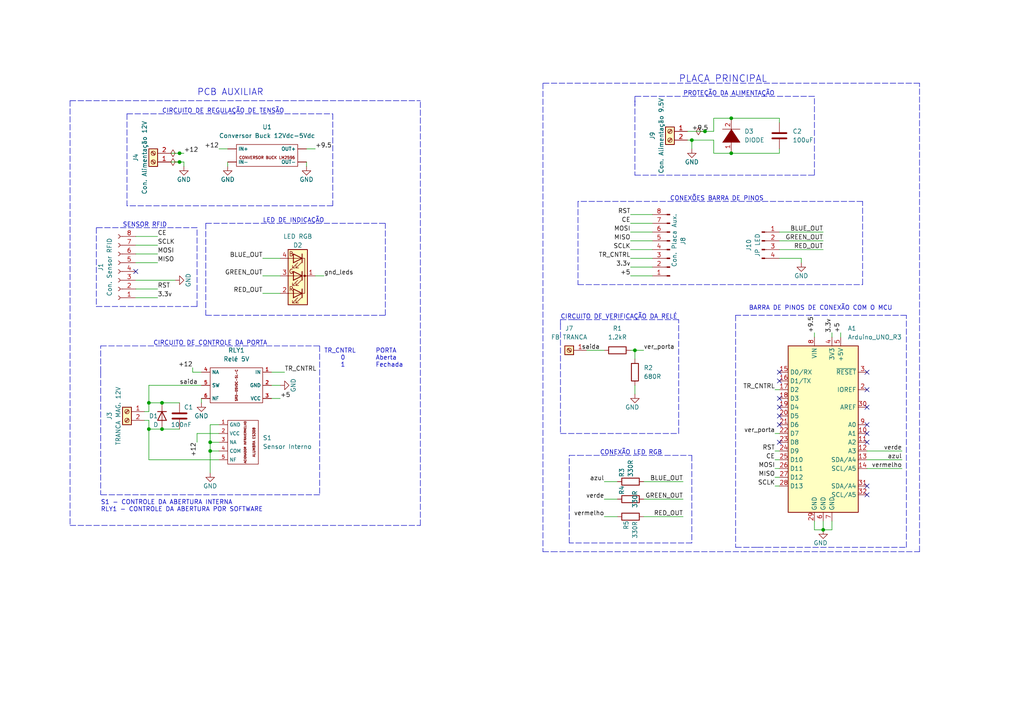
<source format=kicad_sch>
(kicad_sch (version 20211123) (generator eeschema)

  (uuid 9538e4ed-27e6-4c37-b989-9859dc0d49e8)

  (paper "A4")

  (title_block
    (title "Hardware Controle de Acesso")
    (date "2023-01-04")
    (rev "v2")
    (company "LASPI - Laboratório de Aplicações Tecnológicas para o Setor Produtiro Industrial")
    (comment 1 "Feito por: Leandro A. e Gabriel G.")
  )

  (lib_symbols
    (symbol "Connector:Conn_01x04_Male" (pin_names (offset 1.016) hide) (in_bom yes) (on_board yes)
      (property "Reference" "J" (id 0) (at 0 5.08 0)
        (effects (font (size 1.27 1.27)))
      )
      (property "Value" "Conn_01x04_Male" (id 1) (at 0 -7.62 0)
        (effects (font (size 1.27 1.27)))
      )
      (property "Footprint" "" (id 2) (at 0 0 0)
        (effects (font (size 1.27 1.27)) hide)
      )
      (property "Datasheet" "~" (id 3) (at 0 0 0)
        (effects (font (size 1.27 1.27)) hide)
      )
      (property "ki_keywords" "connector" (id 4) (at 0 0 0)
        (effects (font (size 1.27 1.27)) hide)
      )
      (property "ki_description" "Generic connector, single row, 01x04, script generated (kicad-library-utils/schlib/autogen/connector/)" (id 5) (at 0 0 0)
        (effects (font (size 1.27 1.27)) hide)
      )
      (property "ki_fp_filters" "Connector*:*_1x??_*" (id 6) (at 0 0 0)
        (effects (font (size 1.27 1.27)) hide)
      )
      (symbol "Conn_01x04_Male_1_1"
        (polyline
          (pts
            (xy 1.27 -5.08)
            (xy 0.8636 -5.08)
          )
          (stroke (width 0.1524) (type default) (color 0 0 0 0))
          (fill (type none))
        )
        (polyline
          (pts
            (xy 1.27 -2.54)
            (xy 0.8636 -2.54)
          )
          (stroke (width 0.1524) (type default) (color 0 0 0 0))
          (fill (type none))
        )
        (polyline
          (pts
            (xy 1.27 0)
            (xy 0.8636 0)
          )
          (stroke (width 0.1524) (type default) (color 0 0 0 0))
          (fill (type none))
        )
        (polyline
          (pts
            (xy 1.27 2.54)
            (xy 0.8636 2.54)
          )
          (stroke (width 0.1524) (type default) (color 0 0 0 0))
          (fill (type none))
        )
        (rectangle (start 0.8636 -4.953) (end 0 -5.207)
          (stroke (width 0.1524) (type default) (color 0 0 0 0))
          (fill (type outline))
        )
        (rectangle (start 0.8636 -2.413) (end 0 -2.667)
          (stroke (width 0.1524) (type default) (color 0 0 0 0))
          (fill (type outline))
        )
        (rectangle (start 0.8636 0.127) (end 0 -0.127)
          (stroke (width 0.1524) (type default) (color 0 0 0 0))
          (fill (type outline))
        )
        (rectangle (start 0.8636 2.667) (end 0 2.413)
          (stroke (width 0.1524) (type default) (color 0 0 0 0))
          (fill (type outline))
        )
        (pin passive line (at 5.08 2.54 180) (length 3.81)
          (name "Pin_1" (effects (font (size 1.27 1.27))))
          (number "1" (effects (font (size 1.27 1.27))))
        )
        (pin passive line (at 5.08 0 180) (length 3.81)
          (name "Pin_2" (effects (font (size 1.27 1.27))))
          (number "2" (effects (font (size 1.27 1.27))))
        )
        (pin passive line (at 5.08 -2.54 180) (length 3.81)
          (name "Pin_3" (effects (font (size 1.27 1.27))))
          (number "3" (effects (font (size 1.27 1.27))))
        )
        (pin passive line (at 5.08 -5.08 180) (length 3.81)
          (name "Pin_4" (effects (font (size 1.27 1.27))))
          (number "4" (effects (font (size 1.27 1.27))))
        )
      )
    )
    (symbol "Connector:Conn_01x08_Female" (pin_names (offset 1.016) hide) (in_bom yes) (on_board yes)
      (property "Reference" "J" (id 0) (at 0 10.16 0)
        (effects (font (size 1.27 1.27)))
      )
      (property "Value" "Conn_01x08_Female" (id 1) (at 0 -12.7 0)
        (effects (font (size 1.27 1.27)))
      )
      (property "Footprint" "" (id 2) (at 0 0 0)
        (effects (font (size 1.27 1.27)) hide)
      )
      (property "Datasheet" "~" (id 3) (at 0 0 0)
        (effects (font (size 1.27 1.27)) hide)
      )
      (property "ki_keywords" "connector" (id 4) (at 0 0 0)
        (effects (font (size 1.27 1.27)) hide)
      )
      (property "ki_description" "Generic connector, single row, 01x08, script generated (kicad-library-utils/schlib/autogen/connector/)" (id 5) (at 0 0 0)
        (effects (font (size 1.27 1.27)) hide)
      )
      (property "ki_fp_filters" "Connector*:*_1x??_*" (id 6) (at 0 0 0)
        (effects (font (size 1.27 1.27)) hide)
      )
      (symbol "Conn_01x08_Female_1_1"
        (arc (start 0 -9.652) (mid -0.508 -10.16) (end 0 -10.668)
          (stroke (width 0.1524) (type default) (color 0 0 0 0))
          (fill (type none))
        )
        (arc (start 0 -7.112) (mid -0.508 -7.62) (end 0 -8.128)
          (stroke (width 0.1524) (type default) (color 0 0 0 0))
          (fill (type none))
        )
        (arc (start 0 -4.572) (mid -0.508 -5.08) (end 0 -5.588)
          (stroke (width 0.1524) (type default) (color 0 0 0 0))
          (fill (type none))
        )
        (arc (start 0 -2.032) (mid -0.508 -2.54) (end 0 -3.048)
          (stroke (width 0.1524) (type default) (color 0 0 0 0))
          (fill (type none))
        )
        (polyline
          (pts
            (xy -1.27 -10.16)
            (xy -0.508 -10.16)
          )
          (stroke (width 0.1524) (type default) (color 0 0 0 0))
          (fill (type none))
        )
        (polyline
          (pts
            (xy -1.27 -7.62)
            (xy -0.508 -7.62)
          )
          (stroke (width 0.1524) (type default) (color 0 0 0 0))
          (fill (type none))
        )
        (polyline
          (pts
            (xy -1.27 -5.08)
            (xy -0.508 -5.08)
          )
          (stroke (width 0.1524) (type default) (color 0 0 0 0))
          (fill (type none))
        )
        (polyline
          (pts
            (xy -1.27 -2.54)
            (xy -0.508 -2.54)
          )
          (stroke (width 0.1524) (type default) (color 0 0 0 0))
          (fill (type none))
        )
        (polyline
          (pts
            (xy -1.27 0)
            (xy -0.508 0)
          )
          (stroke (width 0.1524) (type default) (color 0 0 0 0))
          (fill (type none))
        )
        (polyline
          (pts
            (xy -1.27 2.54)
            (xy -0.508 2.54)
          )
          (stroke (width 0.1524) (type default) (color 0 0 0 0))
          (fill (type none))
        )
        (polyline
          (pts
            (xy -1.27 5.08)
            (xy -0.508 5.08)
          )
          (stroke (width 0.1524) (type default) (color 0 0 0 0))
          (fill (type none))
        )
        (polyline
          (pts
            (xy -1.27 7.62)
            (xy -0.508 7.62)
          )
          (stroke (width 0.1524) (type default) (color 0 0 0 0))
          (fill (type none))
        )
        (arc (start 0 0.508) (mid -0.508 0) (end 0 -0.508)
          (stroke (width 0.1524) (type default) (color 0 0 0 0))
          (fill (type none))
        )
        (arc (start 0 3.048) (mid -0.508 2.54) (end 0 2.032)
          (stroke (width 0.1524) (type default) (color 0 0 0 0))
          (fill (type none))
        )
        (arc (start 0 5.588) (mid -0.508 5.08) (end 0 4.572)
          (stroke (width 0.1524) (type default) (color 0 0 0 0))
          (fill (type none))
        )
        (arc (start 0 8.128) (mid -0.508 7.62) (end 0 7.112)
          (stroke (width 0.1524) (type default) (color 0 0 0 0))
          (fill (type none))
        )
        (pin passive line (at -5.08 7.62 0) (length 3.81)
          (name "Pin_1" (effects (font (size 1.27 1.27))))
          (number "1" (effects (font (size 1.27 1.27))))
        )
        (pin passive line (at -5.08 5.08 0) (length 3.81)
          (name "Pin_2" (effects (font (size 1.27 1.27))))
          (number "2" (effects (font (size 1.27 1.27))))
        )
        (pin passive line (at -5.08 2.54 0) (length 3.81)
          (name "Pin_3" (effects (font (size 1.27 1.27))))
          (number "3" (effects (font (size 1.27 1.27))))
        )
        (pin passive line (at -5.08 0 0) (length 3.81)
          (name "Pin_4" (effects (font (size 1.27 1.27))))
          (number "4" (effects (font (size 1.27 1.27))))
        )
        (pin passive line (at -5.08 -2.54 0) (length 3.81)
          (name "Pin_5" (effects (font (size 1.27 1.27))))
          (number "5" (effects (font (size 1.27 1.27))))
        )
        (pin passive line (at -5.08 -5.08 0) (length 3.81)
          (name "Pin_6" (effects (font (size 1.27 1.27))))
          (number "6" (effects (font (size 1.27 1.27))))
        )
        (pin passive line (at -5.08 -7.62 0) (length 3.81)
          (name "Pin_7" (effects (font (size 1.27 1.27))))
          (number "7" (effects (font (size 1.27 1.27))))
        )
        (pin passive line (at -5.08 -10.16 0) (length 3.81)
          (name "Pin_8" (effects (font (size 1.27 1.27))))
          (number "8" (effects (font (size 1.27 1.27))))
        )
      )
    )
    (symbol "Connector:Conn_01x08_Male" (pin_names (offset 1.016) hide) (in_bom yes) (on_board yes)
      (property "Reference" "J" (id 0) (at 0 10.16 0)
        (effects (font (size 1.27 1.27)))
      )
      (property "Value" "Conn_01x08_Male" (id 1) (at 0 -12.7 0)
        (effects (font (size 1.27 1.27)))
      )
      (property "Footprint" "" (id 2) (at 0 0 0)
        (effects (font (size 1.27 1.27)) hide)
      )
      (property "Datasheet" "~" (id 3) (at 0 0 0)
        (effects (font (size 1.27 1.27)) hide)
      )
      (property "ki_keywords" "connector" (id 4) (at 0 0 0)
        (effects (font (size 1.27 1.27)) hide)
      )
      (property "ki_description" "Generic connector, single row, 01x08, script generated (kicad-library-utils/schlib/autogen/connector/)" (id 5) (at 0 0 0)
        (effects (font (size 1.27 1.27)) hide)
      )
      (property "ki_fp_filters" "Connector*:*_1x??_*" (id 6) (at 0 0 0)
        (effects (font (size 1.27 1.27)) hide)
      )
      (symbol "Conn_01x08_Male_1_1"
        (polyline
          (pts
            (xy 1.27 -10.16)
            (xy 0.8636 -10.16)
          )
          (stroke (width 0.1524) (type default) (color 0 0 0 0))
          (fill (type none))
        )
        (polyline
          (pts
            (xy 1.27 -7.62)
            (xy 0.8636 -7.62)
          )
          (stroke (width 0.1524) (type default) (color 0 0 0 0))
          (fill (type none))
        )
        (polyline
          (pts
            (xy 1.27 -5.08)
            (xy 0.8636 -5.08)
          )
          (stroke (width 0.1524) (type default) (color 0 0 0 0))
          (fill (type none))
        )
        (polyline
          (pts
            (xy 1.27 -2.54)
            (xy 0.8636 -2.54)
          )
          (stroke (width 0.1524) (type default) (color 0 0 0 0))
          (fill (type none))
        )
        (polyline
          (pts
            (xy 1.27 0)
            (xy 0.8636 0)
          )
          (stroke (width 0.1524) (type default) (color 0 0 0 0))
          (fill (type none))
        )
        (polyline
          (pts
            (xy 1.27 2.54)
            (xy 0.8636 2.54)
          )
          (stroke (width 0.1524) (type default) (color 0 0 0 0))
          (fill (type none))
        )
        (polyline
          (pts
            (xy 1.27 5.08)
            (xy 0.8636 5.08)
          )
          (stroke (width 0.1524) (type default) (color 0 0 0 0))
          (fill (type none))
        )
        (polyline
          (pts
            (xy 1.27 7.62)
            (xy 0.8636 7.62)
          )
          (stroke (width 0.1524) (type default) (color 0 0 0 0))
          (fill (type none))
        )
        (rectangle (start 0.8636 -10.033) (end 0 -10.287)
          (stroke (width 0.1524) (type default) (color 0 0 0 0))
          (fill (type outline))
        )
        (rectangle (start 0.8636 -7.493) (end 0 -7.747)
          (stroke (width 0.1524) (type default) (color 0 0 0 0))
          (fill (type outline))
        )
        (rectangle (start 0.8636 -4.953) (end 0 -5.207)
          (stroke (width 0.1524) (type default) (color 0 0 0 0))
          (fill (type outline))
        )
        (rectangle (start 0.8636 -2.413) (end 0 -2.667)
          (stroke (width 0.1524) (type default) (color 0 0 0 0))
          (fill (type outline))
        )
        (rectangle (start 0.8636 0.127) (end 0 -0.127)
          (stroke (width 0.1524) (type default) (color 0 0 0 0))
          (fill (type outline))
        )
        (rectangle (start 0.8636 2.667) (end 0 2.413)
          (stroke (width 0.1524) (type default) (color 0 0 0 0))
          (fill (type outline))
        )
        (rectangle (start 0.8636 5.207) (end 0 4.953)
          (stroke (width 0.1524) (type default) (color 0 0 0 0))
          (fill (type outline))
        )
        (rectangle (start 0.8636 7.747) (end 0 7.493)
          (stroke (width 0.1524) (type default) (color 0 0 0 0))
          (fill (type outline))
        )
        (pin passive line (at 5.08 7.62 180) (length 3.81)
          (name "Pin_1" (effects (font (size 1.27 1.27))))
          (number "1" (effects (font (size 1.27 1.27))))
        )
        (pin passive line (at 5.08 5.08 180) (length 3.81)
          (name "Pin_2" (effects (font (size 1.27 1.27))))
          (number "2" (effects (font (size 1.27 1.27))))
        )
        (pin passive line (at 5.08 2.54 180) (length 3.81)
          (name "Pin_3" (effects (font (size 1.27 1.27))))
          (number "3" (effects (font (size 1.27 1.27))))
        )
        (pin passive line (at 5.08 0 180) (length 3.81)
          (name "Pin_4" (effects (font (size 1.27 1.27))))
          (number "4" (effects (font (size 1.27 1.27))))
        )
        (pin passive line (at 5.08 -2.54 180) (length 3.81)
          (name "Pin_5" (effects (font (size 1.27 1.27))))
          (number "5" (effects (font (size 1.27 1.27))))
        )
        (pin passive line (at 5.08 -5.08 180) (length 3.81)
          (name "Pin_6" (effects (font (size 1.27 1.27))))
          (number "6" (effects (font (size 1.27 1.27))))
        )
        (pin passive line (at 5.08 -7.62 180) (length 3.81)
          (name "Pin_7" (effects (font (size 1.27 1.27))))
          (number "7" (effects (font (size 1.27 1.27))))
        )
        (pin passive line (at 5.08 -10.16 180) (length 3.81)
          (name "Pin_8" (effects (font (size 1.27 1.27))))
          (number "8" (effects (font (size 1.27 1.27))))
        )
      )
    )
    (symbol "Connector:Screw_Terminal_01x01" (pin_names (offset 1.016) hide) (in_bom yes) (on_board yes)
      (property "Reference" "J" (id 0) (at 0 2.54 0)
        (effects (font (size 1.27 1.27)))
      )
      (property "Value" "Screw_Terminal_01x01" (id 1) (at 0 -2.54 0)
        (effects (font (size 1.27 1.27)))
      )
      (property "Footprint" "" (id 2) (at 0 0 0)
        (effects (font (size 1.27 1.27)) hide)
      )
      (property "Datasheet" "~" (id 3) (at 0 0 0)
        (effects (font (size 1.27 1.27)) hide)
      )
      (property "ki_keywords" "screw terminal" (id 4) (at 0 0 0)
        (effects (font (size 1.27 1.27)) hide)
      )
      (property "ki_description" "Generic screw terminal, single row, 01x01, script generated (kicad-library-utils/schlib/autogen/connector/)" (id 5) (at 0 0 0)
        (effects (font (size 1.27 1.27)) hide)
      )
      (property "ki_fp_filters" "TerminalBlock*:*" (id 6) (at 0 0 0)
        (effects (font (size 1.27 1.27)) hide)
      )
      (symbol "Screw_Terminal_01x01_1_1"
        (rectangle (start -1.27 1.27) (end 1.27 -1.27)
          (stroke (width 0.254) (type default) (color 0 0 0 0))
          (fill (type background))
        )
        (polyline
          (pts
            (xy -0.5334 0.3302)
            (xy 0.3302 -0.508)
          )
          (stroke (width 0.1524) (type default) (color 0 0 0 0))
          (fill (type none))
        )
        (polyline
          (pts
            (xy -0.3556 0.508)
            (xy 0.508 -0.3302)
          )
          (stroke (width 0.1524) (type default) (color 0 0 0 0))
          (fill (type none))
        )
        (circle (center 0 0) (radius 0.635)
          (stroke (width 0.1524) (type default) (color 0 0 0 0))
          (fill (type none))
        )
        (pin passive line (at -5.08 0 0) (length 3.81)
          (name "Pin_1" (effects (font (size 1.27 1.27))))
          (number "1" (effects (font (size 1.27 1.27))))
        )
      )
    )
    (symbol "Connector:Screw_Terminal_01x02" (pin_names (offset 1.016) hide) (in_bom yes) (on_board yes)
      (property "Reference" "J" (id 0) (at 0 2.54 0)
        (effects (font (size 1.27 1.27)))
      )
      (property "Value" "Screw_Terminal_01x02" (id 1) (at 0 -5.08 0)
        (effects (font (size 1.27 1.27)))
      )
      (property "Footprint" "" (id 2) (at 0 0 0)
        (effects (font (size 1.27 1.27)) hide)
      )
      (property "Datasheet" "~" (id 3) (at 0 0 0)
        (effects (font (size 1.27 1.27)) hide)
      )
      (property "ki_keywords" "screw terminal" (id 4) (at 0 0 0)
        (effects (font (size 1.27 1.27)) hide)
      )
      (property "ki_description" "Generic screw terminal, single row, 01x02, script generated (kicad-library-utils/schlib/autogen/connector/)" (id 5) (at 0 0 0)
        (effects (font (size 1.27 1.27)) hide)
      )
      (property "ki_fp_filters" "TerminalBlock*:*" (id 6) (at 0 0 0)
        (effects (font (size 1.27 1.27)) hide)
      )
      (symbol "Screw_Terminal_01x02_1_1"
        (rectangle (start -1.27 1.27) (end 1.27 -3.81)
          (stroke (width 0.254) (type default) (color 0 0 0 0))
          (fill (type background))
        )
        (circle (center 0 -2.54) (radius 0.635)
          (stroke (width 0.1524) (type default) (color 0 0 0 0))
          (fill (type none))
        )
        (polyline
          (pts
            (xy -0.5334 -2.2098)
            (xy 0.3302 -3.048)
          )
          (stroke (width 0.1524) (type default) (color 0 0 0 0))
          (fill (type none))
        )
        (polyline
          (pts
            (xy -0.5334 0.3302)
            (xy 0.3302 -0.508)
          )
          (stroke (width 0.1524) (type default) (color 0 0 0 0))
          (fill (type none))
        )
        (polyline
          (pts
            (xy -0.3556 -2.032)
            (xy 0.508 -2.8702)
          )
          (stroke (width 0.1524) (type default) (color 0 0 0 0))
          (fill (type none))
        )
        (polyline
          (pts
            (xy -0.3556 0.508)
            (xy 0.508 -0.3302)
          )
          (stroke (width 0.1524) (type default) (color 0 0 0 0))
          (fill (type none))
        )
        (circle (center 0 0) (radius 0.635)
          (stroke (width 0.1524) (type default) (color 0 0 0 0))
          (fill (type none))
        )
        (pin passive line (at -5.08 0 0) (length 3.81)
          (name "Pin_1" (effects (font (size 1.27 1.27))))
          (number "1" (effects (font (size 1.27 1.27))))
        )
        (pin passive line (at -5.08 -2.54 0) (length 3.81)
          (name "Pin_2" (effects (font (size 1.27 1.27))))
          (number "2" (effects (font (size 1.27 1.27))))
        )
      )
    )
    (symbol "Device:C" (pin_numbers hide) (pin_names (offset 0.254)) (in_bom yes) (on_board yes)
      (property "Reference" "C" (id 0) (at 0.635 2.54 0)
        (effects (font (size 1.27 1.27)) (justify left))
      )
      (property "Value" "C" (id 1) (at 0.635 -2.54 0)
        (effects (font (size 1.27 1.27)) (justify left))
      )
      (property "Footprint" "" (id 2) (at 0.9652 -3.81 0)
        (effects (font (size 1.27 1.27)) hide)
      )
      (property "Datasheet" "~" (id 3) (at 0 0 0)
        (effects (font (size 1.27 1.27)) hide)
      )
      (property "ki_keywords" "cap capacitor" (id 4) (at 0 0 0)
        (effects (font (size 1.27 1.27)) hide)
      )
      (property "ki_description" "Unpolarized capacitor" (id 5) (at 0 0 0)
        (effects (font (size 1.27 1.27)) hide)
      )
      (property "ki_fp_filters" "C_*" (id 6) (at 0 0 0)
        (effects (font (size 1.27 1.27)) hide)
      )
      (symbol "C_0_1"
        (polyline
          (pts
            (xy -2.032 -0.762)
            (xy 2.032 -0.762)
          )
          (stroke (width 0.508) (type default) (color 0 0 0 0))
          (fill (type none))
        )
        (polyline
          (pts
            (xy -2.032 0.762)
            (xy 2.032 0.762)
          )
          (stroke (width 0.508) (type default) (color 0 0 0 0))
          (fill (type none))
        )
      )
      (symbol "C_1_1"
        (pin passive line (at 0 3.81 270) (length 2.794)
          (name "~" (effects (font (size 1.27 1.27))))
          (number "1" (effects (font (size 1.27 1.27))))
        )
        (pin passive line (at 0 -3.81 90) (length 2.794)
          (name "~" (effects (font (size 1.27 1.27))))
          (number "2" (effects (font (size 1.27 1.27))))
        )
      )
    )
    (symbol "Device:D" (pin_numbers hide) (pin_names (offset 1.016) hide) (in_bom yes) (on_board yes)
      (property "Reference" "D" (id 0) (at 0 2.54 0)
        (effects (font (size 1.27 1.27)))
      )
      (property "Value" "D" (id 1) (at 0 -2.54 0)
        (effects (font (size 1.27 1.27)))
      )
      (property "Footprint" "" (id 2) (at 0 0 0)
        (effects (font (size 1.27 1.27)) hide)
      )
      (property "Datasheet" "~" (id 3) (at 0 0 0)
        (effects (font (size 1.27 1.27)) hide)
      )
      (property "ki_keywords" "diode" (id 4) (at 0 0 0)
        (effects (font (size 1.27 1.27)) hide)
      )
      (property "ki_description" "Diode" (id 5) (at 0 0 0)
        (effects (font (size 1.27 1.27)) hide)
      )
      (property "ki_fp_filters" "TO-???* *_Diode_* *SingleDiode* D_*" (id 6) (at 0 0 0)
        (effects (font (size 1.27 1.27)) hide)
      )
      (symbol "D_0_1"
        (polyline
          (pts
            (xy -1.27 1.27)
            (xy -1.27 -1.27)
          )
          (stroke (width 0.254) (type default) (color 0 0 0 0))
          (fill (type none))
        )
        (polyline
          (pts
            (xy 1.27 0)
            (xy -1.27 0)
          )
          (stroke (width 0) (type default) (color 0 0 0 0))
          (fill (type none))
        )
        (polyline
          (pts
            (xy 1.27 1.27)
            (xy 1.27 -1.27)
            (xy -1.27 0)
            (xy 1.27 1.27)
          )
          (stroke (width 0.254) (type default) (color 0 0 0 0))
          (fill (type none))
        )
      )
      (symbol "D_1_1"
        (pin passive line (at -3.81 0 0) (length 2.54)
          (name "K" (effects (font (size 1.27 1.27))))
          (number "1" (effects (font (size 1.27 1.27))))
        )
        (pin passive line (at 3.81 0 180) (length 2.54)
          (name "A" (effects (font (size 1.27 1.27))))
          (number "2" (effects (font (size 1.27 1.27))))
        )
      )
    )
    (symbol "Device:LED_KRGB" (pin_names (offset 0) hide) (in_bom yes) (on_board yes)
      (property "Reference" "D" (id 0) (at 0 9.398 0)
        (effects (font (size 1.27 1.27)))
      )
      (property "Value" "LED_KRGB" (id 1) (at 0 -8.89 0)
        (effects (font (size 1.27 1.27)))
      )
      (property "Footprint" "" (id 2) (at 0 -1.27 0)
        (effects (font (size 1.27 1.27)) hide)
      )
      (property "Datasheet" "~" (id 3) (at 0 -1.27 0)
        (effects (font (size 1.27 1.27)) hide)
      )
      (property "ki_keywords" "LED RGB diode" (id 4) (at 0 0 0)
        (effects (font (size 1.27 1.27)) hide)
      )
      (property "ki_description" "RGB LED, cathode/red/green/blue" (id 5) (at 0 0 0)
        (effects (font (size 1.27 1.27)) hide)
      )
      (property "ki_fp_filters" "LED* LED_SMD:* LED_THT:*" (id 6) (at 0 0 0)
        (effects (font (size 1.27 1.27)) hide)
      )
      (symbol "LED_KRGB_0_0"
        (text "B" (at 1.905 -6.35 0)
          (effects (font (size 1.27 1.27)))
        )
        (text "G" (at 1.905 -1.27 0)
          (effects (font (size 1.27 1.27)))
        )
        (text "R" (at 1.905 3.81 0)
          (effects (font (size 1.27 1.27)))
        )
      )
      (symbol "LED_KRGB_0_1"
        (circle (center -2.032 0) (radius 0.254)
          (stroke (width 0) (type default) (color 0 0 0 0))
          (fill (type outline))
        )
        (polyline
          (pts
            (xy -1.27 -5.08)
            (xy 1.27 -5.08)
          )
          (stroke (width 0) (type default) (color 0 0 0 0))
          (fill (type none))
        )
        (polyline
          (pts
            (xy -1.27 -3.81)
            (xy -1.27 -6.35)
          )
          (stroke (width 0.254) (type default) (color 0 0 0 0))
          (fill (type none))
        )
        (polyline
          (pts
            (xy -1.27 0)
            (xy -2.54 0)
          )
          (stroke (width 0) (type default) (color 0 0 0 0))
          (fill (type none))
        )
        (polyline
          (pts
            (xy -1.27 1.27)
            (xy -1.27 -1.27)
          )
          (stroke (width 0.254) (type default) (color 0 0 0 0))
          (fill (type none))
        )
        (polyline
          (pts
            (xy -1.27 5.08)
            (xy 1.27 5.08)
          )
          (stroke (width 0) (type default) (color 0 0 0 0))
          (fill (type none))
        )
        (polyline
          (pts
            (xy -1.27 6.35)
            (xy -1.27 3.81)
          )
          (stroke (width 0.254) (type default) (color 0 0 0 0))
          (fill (type none))
        )
        (polyline
          (pts
            (xy 1.27 -5.08)
            (xy 2.54 -5.08)
          )
          (stroke (width 0) (type default) (color 0 0 0 0))
          (fill (type none))
        )
        (polyline
          (pts
            (xy 1.27 0)
            (xy -1.27 0)
          )
          (stroke (width 0) (type default) (color 0 0 0 0))
          (fill (type none))
        )
        (polyline
          (pts
            (xy 1.27 0)
            (xy 2.54 0)
          )
          (stroke (width 0) (type default) (color 0 0 0 0))
          (fill (type none))
        )
        (polyline
          (pts
            (xy 1.27 5.08)
            (xy 2.54 5.08)
          )
          (stroke (width 0) (type default) (color 0 0 0 0))
          (fill (type none))
        )
        (polyline
          (pts
            (xy -1.27 1.27)
            (xy -1.27 -1.27)
            (xy -1.27 -1.27)
          )
          (stroke (width 0) (type default) (color 0 0 0 0))
          (fill (type none))
        )
        (polyline
          (pts
            (xy -1.27 6.35)
            (xy -1.27 3.81)
            (xy -1.27 3.81)
          )
          (stroke (width 0) (type default) (color 0 0 0 0))
          (fill (type none))
        )
        (polyline
          (pts
            (xy -1.27 5.08)
            (xy -2.032 5.08)
            (xy -2.032 -5.08)
            (xy -1.016 -5.08)
          )
          (stroke (width 0) (type default) (color 0 0 0 0))
          (fill (type none))
        )
        (polyline
          (pts
            (xy 1.27 -3.81)
            (xy 1.27 -6.35)
            (xy -1.27 -5.08)
            (xy 1.27 -3.81)
          )
          (stroke (width 0.254) (type default) (color 0 0 0 0))
          (fill (type none))
        )
        (polyline
          (pts
            (xy 1.27 1.27)
            (xy 1.27 -1.27)
            (xy -1.27 0)
            (xy 1.27 1.27)
          )
          (stroke (width 0.254) (type default) (color 0 0 0 0))
          (fill (type none))
        )
        (polyline
          (pts
            (xy 1.27 6.35)
            (xy 1.27 3.81)
            (xy -1.27 5.08)
            (xy 1.27 6.35)
          )
          (stroke (width 0.254) (type default) (color 0 0 0 0))
          (fill (type none))
        )
        (polyline
          (pts
            (xy -1.016 -3.81)
            (xy 0.508 -2.286)
            (xy -0.254 -2.286)
            (xy 0.508 -2.286)
            (xy 0.508 -3.048)
          )
          (stroke (width 0) (type default) (color 0 0 0 0))
          (fill (type none))
        )
        (polyline
          (pts
            (xy -1.016 1.27)
            (xy 0.508 2.794)
            (xy -0.254 2.794)
            (xy 0.508 2.794)
            (xy 0.508 2.032)
          )
          (stroke (width 0) (type default) (color 0 0 0 0))
          (fill (type none))
        )
        (polyline
          (pts
            (xy -1.016 6.35)
            (xy 0.508 7.874)
            (xy -0.254 7.874)
            (xy 0.508 7.874)
            (xy 0.508 7.112)
          )
          (stroke (width 0) (type default) (color 0 0 0 0))
          (fill (type none))
        )
        (polyline
          (pts
            (xy 0 -3.81)
            (xy 1.524 -2.286)
            (xy 0.762 -2.286)
            (xy 1.524 -2.286)
            (xy 1.524 -3.048)
          )
          (stroke (width 0) (type default) (color 0 0 0 0))
          (fill (type none))
        )
        (polyline
          (pts
            (xy 0 1.27)
            (xy 1.524 2.794)
            (xy 0.762 2.794)
            (xy 1.524 2.794)
            (xy 1.524 2.032)
          )
          (stroke (width 0) (type default) (color 0 0 0 0))
          (fill (type none))
        )
        (polyline
          (pts
            (xy 0 6.35)
            (xy 1.524 7.874)
            (xy 0.762 7.874)
            (xy 1.524 7.874)
            (xy 1.524 7.112)
          )
          (stroke (width 0) (type default) (color 0 0 0 0))
          (fill (type none))
        )
        (rectangle (start 1.27 -1.27) (end 1.27 1.27)
          (stroke (width 0) (type default) (color 0 0 0 0))
          (fill (type none))
        )
        (rectangle (start 1.27 1.27) (end 1.27 1.27)
          (stroke (width 0) (type default) (color 0 0 0 0))
          (fill (type none))
        )
        (rectangle (start 1.27 3.81) (end 1.27 6.35)
          (stroke (width 0) (type default) (color 0 0 0 0))
          (fill (type none))
        )
        (rectangle (start 1.27 6.35) (end 1.27 6.35)
          (stroke (width 0) (type default) (color 0 0 0 0))
          (fill (type none))
        )
        (rectangle (start 2.794 8.382) (end -2.794 -7.62)
          (stroke (width 0.254) (type default) (color 0 0 0 0))
          (fill (type background))
        )
      )
      (symbol "LED_KRGB_1_1"
        (pin passive line (at -5.08 0 0) (length 2.54)
          (name "K" (effects (font (size 1.27 1.27))))
          (number "1" (effects (font (size 1.27 1.27))))
        )
        (pin passive line (at 5.08 5.08 180) (length 2.54)
          (name "RA" (effects (font (size 1.27 1.27))))
          (number "2" (effects (font (size 1.27 1.27))))
        )
        (pin passive line (at 5.08 0 180) (length 2.54)
          (name "GA" (effects (font (size 1.27 1.27))))
          (number "3" (effects (font (size 1.27 1.27))))
        )
        (pin passive line (at 5.08 -5.08 180) (length 2.54)
          (name "BA" (effects (font (size 1.27 1.27))))
          (number "4" (effects (font (size 1.27 1.27))))
        )
      )
    )
    (symbol "Device:R" (pin_numbers hide) (pin_names (offset 0)) (in_bom yes) (on_board yes)
      (property "Reference" "R" (id 0) (at 2.032 0 90)
        (effects (font (size 1.27 1.27)))
      )
      (property "Value" "R" (id 1) (at 0 0 90)
        (effects (font (size 1.27 1.27)))
      )
      (property "Footprint" "" (id 2) (at -1.778 0 90)
        (effects (font (size 1.27 1.27)) hide)
      )
      (property "Datasheet" "~" (id 3) (at 0 0 0)
        (effects (font (size 1.27 1.27)) hide)
      )
      (property "ki_keywords" "R res resistor" (id 4) (at 0 0 0)
        (effects (font (size 1.27 1.27)) hide)
      )
      (property "ki_description" "Resistor" (id 5) (at 0 0 0)
        (effects (font (size 1.27 1.27)) hide)
      )
      (property "ki_fp_filters" "R_*" (id 6) (at 0 0 0)
        (effects (font (size 1.27 1.27)) hide)
      )
      (symbol "R_0_1"
        (rectangle (start -1.016 -2.54) (end 1.016 2.54)
          (stroke (width 0.254) (type default) (color 0 0 0 0))
          (fill (type none))
        )
      )
      (symbol "R_1_1"
        (pin passive line (at 0 3.81 270) (length 1.27)
          (name "~" (effects (font (size 1.27 1.27))))
          (number "1" (effects (font (size 1.27 1.27))))
        )
        (pin passive line (at 0 -3.81 90) (length 1.27)
          (name "~" (effects (font (size 1.27 1.27))))
          (number "2" (effects (font (size 1.27 1.27))))
        )
      )
    )
    (symbol "External:Modulo_Conversor_Buck" (in_bom yes) (on_board yes)
      (property "Reference" "U1" (id 0) (at -1.27 3.81 0)
        (effects (font (size 1.27 1.27)))
      )
      (property "Value" "Conversor Buck 12Vdc-5Vdc" (id 1) (at -1.27 1.27 0)
        (effects (font (size 1.27 1.27)))
      )
      (property "Footprint" "NetTie:NetTie-2_THT_Pad1.0mm" (id 2) (at 0 0 0)
        (effects (font (size 1.27 1.27)) hide)
      )
      (property "Datasheet" "" (id 3) (at 0 0 0)
        (effects (font (size 1.27 1.27)) hide)
      )
      (symbol "Modulo_Conversor_Buck_0_0"
        (rectangle (start -10.16 -1.27) (end 7.62 -7.62)
          (stroke (width 0) (type default) (color 0 0 0 0))
          (fill (type none))
        )
        (text "CONVERSOR BUCK LM2596" (at -1.27 -5.08 0)
          (effects (font (size 0.8 0.8)))
        )
      )
      (symbol "Modulo_Conversor_Buck_1_1"
        (pin input line (at -12.7 -2.54 0) (length 2.54)
          (name "IN+" (effects (font (size 1 1))))
          (number "" (effects (font (size 1 1))))
        )
        (pin input line (at -12.7 -6.35 0) (length 2.54)
          (name "IN-" (effects (font (size 1 1))))
          (number "" (effects (font (size 1 1))))
        )
        (pin input line (at 10.16 -2.54 180) (length 2.54)
          (name "OUT+" (effects (font (size 1 1))))
          (number "" (effects (font (size 1 1))))
        )
        (pin input line (at 10.16 -6.35 180) (length 2.54)
          (name "OUT-" (effects (font (size 1 1))))
          (number "" (effects (font (size 1 1))))
        )
      )
    )
    (symbol "External:Modulo_Rele_5V" (in_bom yes) (on_board yes)
      (property "Reference" "RLY1" (id 0) (at 1.27 -1.27 0)
        (effects (font (size 1.27 1.27)))
      )
      (property "Value" "Relé 5V" (id 1) (at 1.27 -3.81 0)
        (effects (font (size 1.27 1.27)))
      )
      (property "Footprint" "" (id 2) (at 1.27 -2.54 0)
        (effects (font (size 1.27 1.27)) hide)
      )
      (property "Datasheet" "" (id 3) (at 1.27 -2.54 0)
        (effects (font (size 1.27 1.27)) hide)
      )
      (symbol "Modulo_Rele_5V_0_0"
        (text "SRD-05VDC-SL-C" (at 1.27 -11.43 900)
          (effects (font (size 0.65 0.65)))
        )
      )
      (symbol "Modulo_Rele_5V_0_1"
        (rectangle (start -6.35 -6.35) (end 8.89 -16.51)
          (stroke (width 0) (type default) (color 0 0 0 0))
          (fill (type none))
        )
      )
      (symbol "Modulo_Rele_5V_1_1"
        (pin input line (at 11.43 -7.62 180) (length 2.54)
          (name "IN" (effects (font (size 1 1))))
          (number "1" (effects (font (size 1 1))))
        )
        (pin input line (at 11.43 -11.43 180) (length 2.54)
          (name "GND" (effects (font (size 1 1))))
          (number "2" (effects (font (size 1 1))))
        )
        (pin input line (at 11.43 -15.24 180) (length 2.54)
          (name "VCC" (effects (font (size 1 1))))
          (number "3" (effects (font (size 1 1))))
        )
        (pin bidirectional line (at -8.89 -7.62 0) (length 2.54)
          (name "NA" (effects (font (size 1 1))))
          (number "4" (effects (font (size 1 1))))
        )
        (pin bidirectional line (at -8.89 -11.43 0) (length 2.54)
          (name "SW" (effects (font (size 1 1))))
          (number "5" (effects (font (size 1 1))))
        )
        (pin bidirectional line (at -8.89 -15.24 0) (length 2.54)
          (name "NF" (effects (font (size 1 1))))
          (number "6" (effects (font (size 1 1))))
        )
      )
    )
    (symbol "External:Sensor_Infravermelho_ES308" (in_bom yes) (on_board yes)
      (property "Reference" "S1" (id 0) (at 2.54 -8.8899 0)
        (effects (font (size 1.27 1.27)) (justify left))
      )
      (property "Value" "Sensor Interno" (id 1) (at 2.54 -11.4299 0)
        (effects (font (size 1.27 1.27)) (justify left))
      )
      (property "Footprint" "" (id 2) (at 0 0 0)
        (effects (font (size 1.27 1.27)) hide)
      )
      (property "Datasheet" "" (id 3) (at 0 0 0)
        (effects (font (size 1.27 1.27)) hide)
      )
      (symbol "Sensor_Infravermelho_ES308_0_0"
        (text "ACIONADOR INFRAVERMELHO" (at -2.54 -10.16 900)
          (effects (font (size 0.58 0.58)))
        )
        (text "ALUMBRA ES308" (at 0 -10.16 900)
          (effects (font (size 0.7 0.7)))
        )
      )
      (symbol "Sensor_Infravermelho_ES308_0_1"
        (rectangle (start -7.62 -3.81) (end 1.27 -16.51)
          (stroke (width 0) (type default) (color 0 0 0 0))
          (fill (type none))
        )
      )
      (symbol "Sensor_Infravermelho_ES308_1_1"
        (pin input line (at -10.16 -5.08 0) (length 2.54)
          (name "GND" (effects (font (size 1 1))))
          (number "1" (effects (font (size 1 1))))
        )
        (pin input line (at -10.16 -7.62 0) (length 2.54)
          (name "VCC" (effects (font (size 1 1))))
          (number "2" (effects (font (size 1 1))))
        )
        (pin input line (at -10.16 -10.16 0) (length 2.54)
          (name "NA" (effects (font (size 1 1))))
          (number "3" (effects (font (size 1 1))))
        )
        (pin input line (at -10.16 -12.7 0) (length 2.54)
          (name "COM" (effects (font (size 1 1))))
          (number "4" (effects (font (size 1 1))))
        )
        (pin input line (at -10.16 -15.24 0) (length 2.54)
          (name "NF" (effects (font (size 1 1))))
          (number "5" (effects (font (size 1 1))))
        )
      )
    )
    (symbol "MCU_Module:Arduino_UNO_R3" (in_bom yes) (on_board yes)
      (property "Reference" "A" (id 0) (at -10.16 23.495 0)
        (effects (font (size 1.27 1.27)) (justify left bottom))
      )
      (property "Value" "Arduino_UNO_R3" (id 1) (at 5.08 -26.67 0)
        (effects (font (size 1.27 1.27)) (justify left top))
      )
      (property "Footprint" "Module:Arduino_UNO_R3" (id 2) (at 0 0 0)
        (effects (font (size 1.27 1.27) italic) hide)
      )
      (property "Datasheet" "https://www.arduino.cc/en/Main/arduinoBoardUno" (id 3) (at 0 0 0)
        (effects (font (size 1.27 1.27)) hide)
      )
      (property "ki_keywords" "Arduino UNO R3 Microcontroller Module Atmel AVR USB" (id 4) (at 0 0 0)
        (effects (font (size 1.27 1.27)) hide)
      )
      (property "ki_description" "Arduino UNO Microcontroller Module, release 3" (id 5) (at 0 0 0)
        (effects (font (size 1.27 1.27)) hide)
      )
      (property "ki_fp_filters" "Arduino*UNO*R3*" (id 6) (at 0 0 0)
        (effects (font (size 1.27 1.27)) hide)
      )
      (symbol "Arduino_UNO_R3_0_1"
        (rectangle (start -10.16 22.86) (end 10.16 -25.4)
          (stroke (width 0.254) (type default) (color 0 0 0 0))
          (fill (type background))
        )
      )
      (symbol "Arduino_UNO_R3_1_1"
        (pin no_connect line (at -10.16 -20.32 0) (length 2.54) hide
          (name "NC" (effects (font (size 1.27 1.27))))
          (number "1" (effects (font (size 1.27 1.27))))
        )
        (pin bidirectional line (at 12.7 -2.54 180) (length 2.54)
          (name "A1" (effects (font (size 1.27 1.27))))
          (number "10" (effects (font (size 1.27 1.27))))
        )
        (pin bidirectional line (at 12.7 -5.08 180) (length 2.54)
          (name "A2" (effects (font (size 1.27 1.27))))
          (number "11" (effects (font (size 1.27 1.27))))
        )
        (pin bidirectional line (at 12.7 -7.62 180) (length 2.54)
          (name "A3" (effects (font (size 1.27 1.27))))
          (number "12" (effects (font (size 1.27 1.27))))
        )
        (pin bidirectional line (at 12.7 -10.16 180) (length 2.54)
          (name "SDA/A4" (effects (font (size 1.27 1.27))))
          (number "13" (effects (font (size 1.27 1.27))))
        )
        (pin bidirectional line (at 12.7 -12.7 180) (length 2.54)
          (name "SCL/A5" (effects (font (size 1.27 1.27))))
          (number "14" (effects (font (size 1.27 1.27))))
        )
        (pin bidirectional line (at -12.7 15.24 0) (length 2.54)
          (name "D0/RX" (effects (font (size 1.27 1.27))))
          (number "15" (effects (font (size 1.27 1.27))))
        )
        (pin bidirectional line (at -12.7 12.7 0) (length 2.54)
          (name "D1/TX" (effects (font (size 1.27 1.27))))
          (number "16" (effects (font (size 1.27 1.27))))
        )
        (pin bidirectional line (at -12.7 10.16 0) (length 2.54)
          (name "D2" (effects (font (size 1.27 1.27))))
          (number "17" (effects (font (size 1.27 1.27))))
        )
        (pin bidirectional line (at -12.7 7.62 0) (length 2.54)
          (name "D3" (effects (font (size 1.27 1.27))))
          (number "18" (effects (font (size 1.27 1.27))))
        )
        (pin bidirectional line (at -12.7 5.08 0) (length 2.54)
          (name "D4" (effects (font (size 1.27 1.27))))
          (number "19" (effects (font (size 1.27 1.27))))
        )
        (pin output line (at 12.7 10.16 180) (length 2.54)
          (name "IOREF" (effects (font (size 1.27 1.27))))
          (number "2" (effects (font (size 1.27 1.27))))
        )
        (pin bidirectional line (at -12.7 2.54 0) (length 2.54)
          (name "D5" (effects (font (size 1.27 1.27))))
          (number "20" (effects (font (size 1.27 1.27))))
        )
        (pin bidirectional line (at -12.7 0 0) (length 2.54)
          (name "D6" (effects (font (size 1.27 1.27))))
          (number "21" (effects (font (size 1.27 1.27))))
        )
        (pin bidirectional line (at -12.7 -2.54 0) (length 2.54)
          (name "D7" (effects (font (size 1.27 1.27))))
          (number "22" (effects (font (size 1.27 1.27))))
        )
        (pin bidirectional line (at -12.7 -5.08 0) (length 2.54)
          (name "D8" (effects (font (size 1.27 1.27))))
          (number "23" (effects (font (size 1.27 1.27))))
        )
        (pin bidirectional line (at -12.7 -7.62 0) (length 2.54)
          (name "D9" (effects (font (size 1.27 1.27))))
          (number "24" (effects (font (size 1.27 1.27))))
        )
        (pin bidirectional line (at -12.7 -10.16 0) (length 2.54)
          (name "D10" (effects (font (size 1.27 1.27))))
          (number "25" (effects (font (size 1.27 1.27))))
        )
        (pin bidirectional line (at -12.7 -12.7 0) (length 2.54)
          (name "D11" (effects (font (size 1.27 1.27))))
          (number "26" (effects (font (size 1.27 1.27))))
        )
        (pin bidirectional line (at -12.7 -15.24 0) (length 2.54)
          (name "D12" (effects (font (size 1.27 1.27))))
          (number "27" (effects (font (size 1.27 1.27))))
        )
        (pin bidirectional line (at -12.7 -17.78 0) (length 2.54)
          (name "D13" (effects (font (size 1.27 1.27))))
          (number "28" (effects (font (size 1.27 1.27))))
        )
        (pin power_in line (at -2.54 -27.94 90) (length 2.54)
          (name "GND" (effects (font (size 1.27 1.27))))
          (number "29" (effects (font (size 1.27 1.27))))
        )
        (pin input line (at 12.7 15.24 180) (length 2.54)
          (name "~{RESET}" (effects (font (size 1.27 1.27))))
          (number "3" (effects (font (size 1.27 1.27))))
        )
        (pin input line (at 12.7 5.08 180) (length 2.54)
          (name "AREF" (effects (font (size 1.27 1.27))))
          (number "30" (effects (font (size 1.27 1.27))))
        )
        (pin bidirectional line (at 12.7 -17.78 180) (length 2.54)
          (name "SDA/A4" (effects (font (size 1.27 1.27))))
          (number "31" (effects (font (size 1.27 1.27))))
        )
        (pin bidirectional line (at 12.7 -20.32 180) (length 2.54)
          (name "SCL/A5" (effects (font (size 1.27 1.27))))
          (number "32" (effects (font (size 1.27 1.27))))
        )
        (pin power_out line (at 2.54 25.4 270) (length 2.54)
          (name "3V3" (effects (font (size 1.27 1.27))))
          (number "4" (effects (font (size 1.27 1.27))))
        )
        (pin power_out line (at 5.08 25.4 270) (length 2.54)
          (name "+5V" (effects (font (size 1.27 1.27))))
          (number "5" (effects (font (size 1.27 1.27))))
        )
        (pin power_in line (at 0 -27.94 90) (length 2.54)
          (name "GND" (effects (font (size 1.27 1.27))))
          (number "6" (effects (font (size 1.27 1.27))))
        )
        (pin power_in line (at 2.54 -27.94 90) (length 2.54)
          (name "GND" (effects (font (size 1.27 1.27))))
          (number "7" (effects (font (size 1.27 1.27))))
        )
        (pin power_in line (at -2.54 25.4 270) (length 2.54)
          (name "VIN" (effects (font (size 1.27 1.27))))
          (number "8" (effects (font (size 1.27 1.27))))
        )
        (pin bidirectional line (at 12.7 0 180) (length 2.54)
          (name "A0" (effects (font (size 1.27 1.27))))
          (number "9" (effects (font (size 1.27 1.27))))
        )
      )
    )
    (symbol "power:GND" (power) (pin_names (offset 0)) (in_bom yes) (on_board yes)
      (property "Reference" "#PWR" (id 0) (at 0 -6.35 0)
        (effects (font (size 1.27 1.27)) hide)
      )
      (property "Value" "GND" (id 1) (at 0 -3.81 0)
        (effects (font (size 1.27 1.27)))
      )
      (property "Footprint" "" (id 2) (at 0 0 0)
        (effects (font (size 1.27 1.27)) hide)
      )
      (property "Datasheet" "" (id 3) (at 0 0 0)
        (effects (font (size 1.27 1.27)) hide)
      )
      (property "ki_keywords" "power-flag" (id 4) (at 0 0 0)
        (effects (font (size 1.27 1.27)) hide)
      )
      (property "ki_description" "Power symbol creates a global label with name \"GND\" , ground" (id 5) (at 0 0 0)
        (effects (font (size 1.27 1.27)) hide)
      )
      (symbol "GND_0_1"
        (polyline
          (pts
            (xy 0 0)
            (xy 0 -1.27)
            (xy 1.27 -1.27)
            (xy 0 -2.54)
            (xy -1.27 -1.27)
            (xy 0 -1.27)
          )
          (stroke (width 0) (type default) (color 0 0 0 0))
          (fill (type none))
        )
      )
      (symbol "GND_1_1"
        (pin power_in line (at 0 0 270) (length 0) hide
          (name "GND" (effects (font (size 1.27 1.27))))
          (number "1" (effects (font (size 1.27 1.27))))
        )
      )
    )
    (symbol "power:PWR_FLAG" (power) (pin_numbers hide) (pin_names (offset 0) hide) (in_bom yes) (on_board yes)
      (property "Reference" "#FLG" (id 0) (at 0 1.905 0)
        (effects (font (size 1.27 1.27)) hide)
      )
      (property "Value" "PWR_FLAG" (id 1) (at 0 3.81 0)
        (effects (font (size 1.27 1.27)))
      )
      (property "Footprint" "" (id 2) (at 0 0 0)
        (effects (font (size 1.27 1.27)) hide)
      )
      (property "Datasheet" "~" (id 3) (at 0 0 0)
        (effects (font (size 1.27 1.27)) hide)
      )
      (property "ki_keywords" "power-flag" (id 4) (at 0 0 0)
        (effects (font (size 1.27 1.27)) hide)
      )
      (property "ki_description" "Special symbol for telling ERC where power comes from" (id 5) (at 0 0 0)
        (effects (font (size 1.27 1.27)) hide)
      )
      (symbol "PWR_FLAG_0_0"
        (pin power_out line (at 0 0 90) (length 0)
          (name "pwr" (effects (font (size 1.27 1.27))))
          (number "1" (effects (font (size 1.27 1.27))))
        )
      )
      (symbol "PWR_FLAG_0_1"
        (polyline
          (pts
            (xy 0 0)
            (xy 0 1.27)
            (xy -1.016 1.905)
            (xy 0 2.54)
            (xy 1.016 1.905)
            (xy 0 1.27)
          )
          (stroke (width 0) (type default) (color 0 0 0 0))
          (fill (type none))
        )
      )
    )
    (symbol "pspice:DIODE" (pin_names (offset 1.016) hide) (in_bom yes) (on_board yes)
      (property "Reference" "D" (id 0) (at 0 3.81 0)
        (effects (font (size 1.27 1.27)))
      )
      (property "Value" "DIODE" (id 1) (at 0 -4.445 0)
        (effects (font (size 1.27 1.27)))
      )
      (property "Footprint" "" (id 2) (at 0 0 0)
        (effects (font (size 1.27 1.27)) hide)
      )
      (property "Datasheet" "~" (id 3) (at 0 0 0)
        (effects (font (size 1.27 1.27)) hide)
      )
      (property "ki_keywords" "simulation" (id 4) (at 0 0 0)
        (effects (font (size 1.27 1.27)) hide)
      )
      (property "ki_description" "Diode symbol for simulation only. Pin order incompatible with official kicad footprints" (id 5) (at 0 0 0)
        (effects (font (size 1.27 1.27)) hide)
      )
      (symbol "DIODE_0_1"
        (polyline
          (pts
            (xy 1.905 2.54)
            (xy 1.905 -2.54)
          )
          (stroke (width 0) (type default) (color 0 0 0 0))
          (fill (type none))
        )
        (polyline
          (pts
            (xy -1.905 2.54)
            (xy -1.905 -2.54)
            (xy 1.905 0)
          )
          (stroke (width 0) (type default) (color 0 0 0 0))
          (fill (type outline))
        )
      )
      (symbol "DIODE_1_1"
        (pin input line (at -5.08 0 0) (length 3.81)
          (name "K" (effects (font (size 1.27 1.27))))
          (number "1" (effects (font (size 1.27 1.27))))
        )
        (pin input line (at 5.08 0 180) (length 3.81)
          (name "A" (effects (font (size 1.27 1.27))))
          (number "2" (effects (font (size 1.27 1.27))))
        )
      )
    )
  )


  (junction (at 43.18 116.84) (diameter 0) (color 0 0 0 0)
    (uuid 1e7b185e-fede-457c-be00-9eb9ed704015)
  )
  (junction (at 184.15 101.6) (diameter 0) (color 0 0 0 0)
    (uuid 2bad55ce-f6df-40c9-aa93-5a4337d8aa5f)
  )
  (junction (at 204.47 38.1) (diameter 0) (color 0 0 0 0)
    (uuid 2f299196-7b3c-4d98-85a6-afc704616005)
  )
  (junction (at 200.66 40.64) (diameter 0) (color 0 0 0 0)
    (uuid 46c264e9-185d-4730-b6a2-532e42d14a98)
  )
  (junction (at 60.96 130.81) (diameter 0) (color 0 0 0 0)
    (uuid 7861ff71-abf9-463a-a679-2a9c2f608888)
  )
  (junction (at 46.99 124.46) (diameter 0) (color 0 0 0 0)
    (uuid 7cadf606-ff23-4dff-94a1-d990cc9e8b6f)
  )
  (junction (at 212.09 44.45) (diameter 0) (color 0 0 0 0)
    (uuid 834a96c5-d918-4441-874d-af94327debf4)
  )
  (junction (at 52.07 46.99) (diameter 0) (color 0 0 0 0)
    (uuid 89c252b1-6e92-4229-9cf6-f2f49bade5ed)
  )
  (junction (at 46.99 116.84) (diameter 0) (color 0 0 0 0)
    (uuid 9a289d31-c22d-4437-a67c-957cf25b7906)
  )
  (junction (at 52.07 44.45) (diameter 0) (color 0 0 0 0)
    (uuid ac6a8ee4-19b3-4e91-a0d8-789047f0794b)
  )
  (junction (at 60.96 128.27) (diameter 0) (color 0 0 0 0)
    (uuid b73c5633-f889-4c2f-b47b-999edfdb207c)
  )
  (junction (at 238.76 153.67) (diameter 0) (color 0 0 0 0)
    (uuid cc5c9b7e-f4b6-4390-bab8-50ea73211e1b)
  )
  (junction (at 43.18 124.46) (diameter 0) (color 0 0 0 0)
    (uuid cf1603ec-4b5d-45b0-b5c4-b8b3914b7466)
  )
  (junction (at 212.09 34.29) (diameter 0) (color 0 0 0 0)
    (uuid fce4ef43-0b69-4c29-b89a-1f09c70b3302)
  )

  (no_connect (at 226.06 110.49) (uuid 20e477b2-92be-429f-be1f-8ba2cb81d188))
  (no_connect (at 226.06 115.57) (uuid 59ec97bb-db6d-40fa-9cc8-4b5e0ac7a37f))
  (no_connect (at 226.06 118.11) (uuid 59ec97bb-db6d-40fa-9cc8-4b5e0ac7a37f))
  (no_connect (at 226.06 123.19) (uuid 59ec97bb-db6d-40fa-9cc8-4b5e0ac7a37f))
  (no_connect (at 226.06 128.27) (uuid 59ec97bb-db6d-40fa-9cc8-4b5e0ac7a37f))
  (no_connect (at 251.46 107.95) (uuid 696c4eb6-52e0-4d3f-bd6f-3fc74c414022))
  (no_connect (at 251.46 123.19) (uuid 750bc7db-734f-4c76-8736-6a95099e77fa))
  (no_connect (at 251.46 128.27) (uuid 750bc7db-734f-4c76-8736-6a95099e77fa))
  (no_connect (at 251.46 125.73) (uuid 750bc7db-734f-4c76-8736-6a95099e77fa))
  (no_connect (at 251.46 113.03) (uuid 96fcb8fe-a536-462d-af5b-7a8afb9058c6))
  (no_connect (at 251.46 118.11) (uuid b213a93c-bb9a-472f-b744-a8a1b509e306))
  (no_connect (at 226.06 107.95) (uuid b5e6ed27-a291-49d2-9711-a4f8432dab55))
  (no_connect (at 251.46 143.51) (uuid b8b846f4-e6e0-41bb-8a08-3d7b4b524d73))
  (no_connect (at 39.37 78.74) (uuid bfda12d3-49fb-4101-84d8-2d2e2e8d0a90))
  (no_connect (at 251.46 140.97) (uuid d7082f69-91e3-482a-87c3-d3eb1ff9c77b))
  (no_connect (at 226.06 120.65) (uuid dbcf53b1-83ee-447c-a378-ad0237b9f7be))

  (wire (pts (xy 76.2 80.01) (xy 81.28 80.01))
    (stroke (width 0) (type default) (color 0 0 0 0))
    (uuid 0008c5ef-20e6-4f77-9b0c-6ad81d2b8fa4)
  )
  (polyline (pts (xy 36.83 33.02) (xy 36.83 59.69))
    (stroke (width 0) (type default) (color 0 0 0 0))
    (uuid 0086ffa0-6e48-474c-b406-c57bfdae3001)
  )

  (wire (pts (xy 241.3 96.52) (xy 241.3 97.79))
    (stroke (width 0) (type default) (color 0 0 0 0))
    (uuid 01dbc292-39df-4cd8-8133-fca86a07b25e)
  )
  (polyline (pts (xy 162.56 125.73) (xy 196.85 125.73))
    (stroke (width 0) (type default) (color 0 0 0 0))
    (uuid 0466fba4-5676-49f6-a8e5-52c14b5b8647)
  )
  (polyline (pts (xy 92.71 100.33) (xy 92.71 143.51))
    (stroke (width 0) (type default) (color 0 0 0 0))
    (uuid 07ce9cb7-cf93-442a-8996-a99704d4a683)
  )

  (wire (pts (xy 182.88 69.85) (xy 189.23 69.85))
    (stroke (width 0) (type default) (color 0 0 0 0))
    (uuid 08972927-e57c-4653-a7ee-480c807d91eb)
  )
  (wire (pts (xy 58.42 116.84) (xy 58.42 115.57))
    (stroke (width 0) (type default) (color 0 0 0 0))
    (uuid 0b8b0184-f2ed-4c02-b5e6-542a491159ae)
  )
  (wire (pts (xy 63.5 133.35) (xy 43.18 133.35))
    (stroke (width 0) (type default) (color 0 0 0 0))
    (uuid 0bdb6175-8701-43d4-9212-8e88185a01b9)
  )
  (polyline (pts (xy 162.56 93.98) (xy 162.56 92.71))
    (stroke (width 0) (type default) (color 0 0 0 0))
    (uuid 0c3a332a-ea60-4ee7-aa08-381b8dd6c353)
  )

  (wire (pts (xy 78.74 111.76) (xy 81.28 111.76))
    (stroke (width 0) (type default) (color 0 0 0 0))
    (uuid 0d748c3a-0d99-4468-b6e0-f04188fd5090)
  )
  (wire (pts (xy 39.37 76.2) (xy 45.72 76.2))
    (stroke (width 0) (type default) (color 0 0 0 0))
    (uuid 0f79a5bf-51a9-4143-9bf1-42eea74fbc50)
  )
  (wire (pts (xy 207.01 40.64) (xy 207.01 44.45))
    (stroke (width 0) (type default) (color 0 0 0 0))
    (uuid 1122616b-5ce8-4867-91c0-b8a53d0c51c2)
  )
  (wire (pts (xy 226.06 67.31) (xy 238.76 67.31))
    (stroke (width 0) (type default) (color 0 0 0 0))
    (uuid 12a99b3c-39dc-4a8c-b5d2-d5eba607e75a)
  )
  (wire (pts (xy 226.06 69.85) (xy 238.76 69.85))
    (stroke (width 0) (type default) (color 0 0 0 0))
    (uuid 13fb1fe5-282b-4d64-9edf-9d45b8756935)
  )
  (wire (pts (xy 170.18 101.6) (xy 175.26 101.6))
    (stroke (width 0) (type default) (color 0 0 0 0))
    (uuid 165cb428-53be-4b49-a96e-b46dbd278a78)
  )
  (wire (pts (xy 226.06 34.29) (xy 226.06 35.56))
    (stroke (width 0) (type default) (color 0 0 0 0))
    (uuid 1c8cdb2d-6285-444d-8ad7-5f85b49896f2)
  )
  (wire (pts (xy 236.22 153.67) (xy 238.76 153.67))
    (stroke (width 0) (type default) (color 0 0 0 0))
    (uuid 1d01a210-fbd7-4f68-b338-d56944a3757a)
  )
  (wire (pts (xy 184.15 101.6) (xy 182.88 101.6))
    (stroke (width 0) (type default) (color 0 0 0 0))
    (uuid 1dd3a96d-4ab9-4e82-ac61-28bd0309d819)
  )
  (wire (pts (xy 251.46 133.35) (xy 261.62 133.35))
    (stroke (width 0) (type default) (color 0 0 0 0))
    (uuid 24ca6683-92f3-49d8-a0a2-d36a55146ab7)
  )
  (wire (pts (xy 55.88 107.95) (xy 58.42 107.95))
    (stroke (width 0) (type default) (color 0 0 0 0))
    (uuid 25e18c1b-1b40-49d1-aa6f-eba6d3dd6915)
  )
  (wire (pts (xy 43.18 124.46) (xy 43.18 121.92))
    (stroke (width 0) (type default) (color 0 0 0 0))
    (uuid 2710dd9c-1a12-460e-99e0-ad141617b116)
  )
  (wire (pts (xy 199.39 40.64) (xy 200.66 40.64))
    (stroke (width 0) (type default) (color 0 0 0 0))
    (uuid 2c6375c2-524c-4830-9d39-41d717e2f003)
  )
  (wire (pts (xy 43.18 121.92) (xy 41.91 121.92))
    (stroke (width 0) (type default) (color 0 0 0 0))
    (uuid 2e30a5ef-0a2f-40e2-88da-07054b9652a6)
  )
  (polyline (pts (xy 213.36 158.75) (xy 219.71 158.75))
    (stroke (width 0) (type default) (color 0 0 0 0))
    (uuid 2ed3b2f9-1971-4500-8a63-596b79f370f8)
  )

  (wire (pts (xy 200.66 40.64) (xy 200.66 43.18))
    (stroke (width 0) (type default) (color 0 0 0 0))
    (uuid 3178ac42-2448-4471-bc52-2dac3654c255)
  )
  (polyline (pts (xy 262.89 91.44) (xy 213.36 91.44))
    (stroke (width 0) (type default) (color 0 0 0 0))
    (uuid 31c60f18-2f19-4411-9664-27ce8d9706bf)
  )
  (polyline (pts (xy 160.02 160.02) (xy 266.7 160.02))
    (stroke (width 0) (type default) (color 0 0 0 0))
    (uuid 322ee8ab-8bc7-4327-9727-7347852c4f4b)
  )

  (wire (pts (xy 78.74 107.95) (xy 82.55 107.95))
    (stroke (width 0) (type default) (color 0 0 0 0))
    (uuid 328b991e-7db7-4d7a-a132-531c9ce6d077)
  )
  (polyline (pts (xy 59.69 64.77) (xy 111.76 64.77))
    (stroke (width 0) (type default) (color 0 0 0 0))
    (uuid 384c7073-15fb-41f1-b837-ca74b9d9fc00)
  )

  (wire (pts (xy 88.9 43.18) (xy 91.44 43.18))
    (stroke (width 0) (type default) (color 0 0 0 0))
    (uuid 3a433e48-e5a8-4b5f-a8a4-7a694bf581fc)
  )
  (wire (pts (xy 207.01 34.29) (xy 212.09 34.29))
    (stroke (width 0) (type default) (color 0 0 0 0))
    (uuid 3b33922b-2136-4a4c-9621-2f5cbd4921d7)
  )
  (wire (pts (xy 57.15 125.73) (xy 57.15 128.27))
    (stroke (width 0) (type default) (color 0 0 0 0))
    (uuid 3b4dd7a0-a6d5-47cb-bdb4-4e067c1d6014)
  )
  (wire (pts (xy 224.79 113.03) (xy 226.06 113.03))
    (stroke (width 0) (type default) (color 0 0 0 0))
    (uuid 3b58d0a3-f4df-4262-a935-26c7dee6b05f)
  )
  (wire (pts (xy 238.76 151.13) (xy 238.76 153.67))
    (stroke (width 0) (type default) (color 0 0 0 0))
    (uuid 3bae8a29-61d8-4a20-94b4-b0189227b416)
  )
  (polyline (pts (xy 200.66 132.08) (xy 200.66 157.48))
    (stroke (width 0) (type default) (color 0 0 0 0))
    (uuid 3c09e3e8-53a6-4cff-aebb-2bb8caf5a31d)
  )

  (wire (pts (xy 224.79 135.89) (xy 226.06 135.89))
    (stroke (width 0) (type default) (color 0 0 0 0))
    (uuid 3c216a88-b4e4-4400-9240-6828e4e314d3)
  )
  (polyline (pts (xy 20.32 152.4) (xy 121.92 152.4))
    (stroke (width 0) (type default) (color 0 0 0 0))
    (uuid 3caac889-76a2-4c3b-a042-370f0eb2baa0)
  )

  (wire (pts (xy 212.09 34.29) (xy 226.06 34.29))
    (stroke (width 0) (type default) (color 0 0 0 0))
    (uuid 3dbff5ef-9878-480a-957e-3aa94a9e1352)
  )
  (wire (pts (xy 224.79 133.35) (xy 226.06 133.35))
    (stroke (width 0) (type default) (color 0 0 0 0))
    (uuid 3e3a2321-bd5b-4101-85ba-e5d5354af08f)
  )
  (wire (pts (xy 52.07 44.45) (xy 49.53 44.45))
    (stroke (width 0) (type default) (color 0 0 0 0))
    (uuid 45a07632-c842-4131-9a51-79c27a1a9f37)
  )
  (polyline (pts (xy 196.85 125.73) (xy 196.85 92.71))
    (stroke (width 0) (type default) (color 0 0 0 0))
    (uuid 45b2cf1f-1d68-44c2-8a27-36d3c907fa47)
  )

  (wire (pts (xy 52.07 46.99) (xy 53.34 46.99))
    (stroke (width 0) (type default) (color 0 0 0 0))
    (uuid 46ed6d01-5e05-46e1-83b7-a5a2e077e58f)
  )
  (wire (pts (xy 63.5 43.18) (xy 66.04 43.18))
    (stroke (width 0) (type default) (color 0 0 0 0))
    (uuid 4b9099b4-dcbf-4c6b-b1e1-a1745bc69f48)
  )
  (wire (pts (xy 200.66 40.64) (xy 207.01 40.64))
    (stroke (width 0) (type default) (color 0 0 0 0))
    (uuid 4ddb20ed-275b-43d5-8429-b9f6d95b437f)
  )
  (wire (pts (xy 224.79 125.73) (xy 226.06 125.73))
    (stroke (width 0) (type default) (color 0 0 0 0))
    (uuid 4de9f8b0-4bc6-40bd-a04e-8eff3ea00307)
  )
  (wire (pts (xy 55.88 106.68) (xy 55.88 107.95))
    (stroke (width 0) (type default) (color 0 0 0 0))
    (uuid 4f11fdff-8307-4d49-b928-d19fef96ba5a)
  )
  (wire (pts (xy 175.26 149.86) (xy 179.07 149.86))
    (stroke (width 0) (type default) (color 0 0 0 0))
    (uuid 4fed0e2e-3c29-4cd4-a5f5-3e05ebcab27c)
  )
  (wire (pts (xy 175.26 144.78) (xy 179.07 144.78))
    (stroke (width 0) (type default) (color 0 0 0 0))
    (uuid 50b70c5f-ef95-41e2-88bb-66c6808d8179)
  )
  (wire (pts (xy 224.79 138.43) (xy 226.06 138.43))
    (stroke (width 0) (type default) (color 0 0 0 0))
    (uuid 514f086c-7089-4b2d-88aa-01af5bfa76bd)
  )
  (wire (pts (xy 212.09 44.45) (xy 226.06 44.45))
    (stroke (width 0) (type default) (color 0 0 0 0))
    (uuid 515ac0a6-8c19-4f56-821c-4580e8c4e7d1)
  )
  (polyline (pts (xy 20.32 29.21) (xy 20.32 152.4))
    (stroke (width 0) (type default) (color 0 0 0 0))
    (uuid 5169d68a-433c-4e64-b6bf-bd0ffd2611df)
  )
  (polyline (pts (xy 59.69 91.44) (xy 111.76 91.44))
    (stroke (width 0) (type default) (color 0 0 0 0))
    (uuid 519c9cf6-256e-4b4f-9ae4-bc03e369ddb4)
  )

  (wire (pts (xy 251.46 130.81) (xy 261.62 130.81))
    (stroke (width 0) (type default) (color 0 0 0 0))
    (uuid 525fe984-1b7a-45fe-942d-ab96ee34cdc3)
  )
  (polyline (pts (xy 200.66 157.48) (xy 165.1 157.48))
    (stroke (width 0) (type default) (color 0 0 0 0))
    (uuid 54fded7a-a45c-4dea-80da-60558539ba69)
  )

  (wire (pts (xy 43.18 116.84) (xy 43.18 111.76))
    (stroke (width 0) (type default) (color 0 0 0 0))
    (uuid 55150111-3f58-4d6b-9037-f35e93d264eb)
  )
  (polyline (pts (xy 111.76 91.44) (xy 111.76 64.77))
    (stroke (width 0) (type default) (color 0 0 0 0))
    (uuid 56fbb318-491c-4567-a946-e70bee65783d)
  )
  (polyline (pts (xy 162.56 92.71) (xy 167.64 92.71))
    (stroke (width 0) (type default) (color 0 0 0 0))
    (uuid 57d26f24-c3c5-4d86-a011-76969574cc86)
  )

  (wire (pts (xy 236.22 151.13) (xy 236.22 153.67))
    (stroke (width 0) (type default) (color 0 0 0 0))
    (uuid 5999ad27-d397-4a21-af02-e4eb53f3d7c6)
  )
  (wire (pts (xy 52.07 44.45) (xy 53.34 44.45))
    (stroke (width 0) (type default) (color 0 0 0 0))
    (uuid 5cebc4e2-0bf9-4877-a89d-cfff2061a4b2)
  )
  (wire (pts (xy 43.18 119.38) (xy 43.18 116.84))
    (stroke (width 0) (type default) (color 0 0 0 0))
    (uuid 5df4e739-e08c-4fe1-8ce4-9fc391c411fe)
  )
  (wire (pts (xy 46.99 124.46) (xy 52.07 124.46))
    (stroke (width 0) (type default) (color 0 0 0 0))
    (uuid 60db0be0-dab4-4333-8b49-ceaf5b0f9fe3)
  )
  (wire (pts (xy 186.69 144.78) (xy 198.12 144.78))
    (stroke (width 0) (type default) (color 0 0 0 0))
    (uuid 62259850-0140-444c-bf77-63865214b863)
  )
  (wire (pts (xy 238.76 153.67) (xy 241.3 153.67))
    (stroke (width 0) (type default) (color 0 0 0 0))
    (uuid 656f9ffc-2334-43ac-82c1-585c0fee5997)
  )
  (wire (pts (xy 207.01 44.45) (xy 212.09 44.45))
    (stroke (width 0) (type default) (color 0 0 0 0))
    (uuid 66ec4aba-8c6c-4d5d-9eb2-d2dd7c793bf4)
  )
  (wire (pts (xy 243.84 96.52) (xy 243.84 97.79))
    (stroke (width 0) (type default) (color 0 0 0 0))
    (uuid 678da94d-e376-4a8b-8b3d-8e6366c3ec90)
  )
  (wire (pts (xy 226.06 72.39) (xy 238.76 72.39))
    (stroke (width 0) (type default) (color 0 0 0 0))
    (uuid 68015616-9c7f-462a-9674-b27c63f81996)
  )
  (polyline (pts (xy 184.15 29.21) (xy 184.15 50.8))
    (stroke (width 0) (type default) (color 0 0 0 0))
    (uuid 692f82ef-3bb3-405b-b8bd-a1bb5ff32859)
  )

  (wire (pts (xy 60.96 128.27) (xy 63.5 128.27))
    (stroke (width 0) (type default) (color 0 0 0 0))
    (uuid 6b133df8-db6f-41c8-bb3e-41890a6687ea)
  )
  (polyline (pts (xy 20.32 29.21) (xy 121.92 29.21))
    (stroke (width 0) (type default) (color 0 0 0 0))
    (uuid 6cc549bb-9da7-488d-8691-22bc6151d249)
  )
  (polyline (pts (xy 184.15 27.94) (xy 184.15 30.48))
    (stroke (width 0) (type default) (color 0 0 0 0))
    (uuid 6d453c5d-b71d-433a-9df6-bbd3a763726e)
  )

  (wire (pts (xy 43.18 124.46) (xy 46.99 124.46))
    (stroke (width 0) (type default) (color 0 0 0 0))
    (uuid 75c0017f-5276-4d45-817b-cc8ca152b775)
  )
  (wire (pts (xy 232.41 76.2) (xy 232.41 74.93))
    (stroke (width 0) (type default) (color 0 0 0 0))
    (uuid 76d95ce0-957b-4c42-99ca-39d70ff2f5da)
  )
  (polyline (pts (xy 167.64 82.55) (xy 250.19 82.55))
    (stroke (width 0) (type default) (color 0 0 0 0))
    (uuid 771111e0-7d16-4fc7-b69f-81c0e929399e)
  )
  (polyline (pts (xy 219.71 158.75) (xy 262.89 158.75))
    (stroke (width 0) (type default) (color 0 0 0 0))
    (uuid 782b1468-f743-456c-a4fb-4aed8a5460eb)
  )

  (wire (pts (xy 182.88 72.39) (xy 189.23 72.39))
    (stroke (width 0) (type default) (color 0 0 0 0))
    (uuid 782ce0ea-df6a-4958-9790-b379f5574aad)
  )
  (wire (pts (xy 43.18 133.35) (xy 43.18 124.46))
    (stroke (width 0) (type default) (color 0 0 0 0))
    (uuid 78a96c46-e39e-47d0-af13-4edb99e12c43)
  )
  (wire (pts (xy 199.39 38.1) (xy 204.47 38.1))
    (stroke (width 0) (type default) (color 0 0 0 0))
    (uuid 79a2a30e-1373-4567-9315-7d9644cc613c)
  )
  (polyline (pts (xy 262.89 158.75) (xy 262.89 91.44))
    (stroke (width 0) (type default) (color 0 0 0 0))
    (uuid 7acc24d9-e0e1-4ff3-adab-b6b71b7790d3)
  )

  (wire (pts (xy 226.06 44.45) (xy 226.06 43.18))
    (stroke (width 0) (type default) (color 0 0 0 0))
    (uuid 7d74ff12-4a5c-448f-8b66-b5c6c0b93d54)
  )
  (polyline (pts (xy 266.7 24.13) (xy 157.48 24.13))
    (stroke (width 0) (type default) (color 0 0 0 0))
    (uuid 80a9d8c3-b235-415a-bd67-86f9996970ed)
  )

  (wire (pts (xy 182.88 62.23) (xy 189.23 62.23))
    (stroke (width 0) (type default) (color 0 0 0 0))
    (uuid 80b9a4a2-8fcf-4963-9b64-03fcc3ed817c)
  )
  (polyline (pts (xy 165.1 132.08) (xy 167.64 132.08))
    (stroke (width 0) (type default) (color 0 0 0 0))
    (uuid 8158cbe4-1b40-4850-b190-dc920324338e)
  )

  (wire (pts (xy 39.37 68.58) (xy 45.72 68.58))
    (stroke (width 0) (type default) (color 0 0 0 0))
    (uuid 81fbda67-bc73-418c-850d-120965a668c0)
  )
  (wire (pts (xy 182.88 77.47) (xy 189.23 77.47))
    (stroke (width 0) (type default) (color 0 0 0 0))
    (uuid 8784a7fa-5711-42e1-b0d2-75602ce6e70d)
  )
  (wire (pts (xy 184.15 111.76) (xy 184.15 114.3))
    (stroke (width 0) (type default) (color 0 0 0 0))
    (uuid 88916114-f9dc-4b31-9296-cf4bfef9d324)
  )
  (polyline (pts (xy 96.52 33.02) (xy 96.52 59.69))
    (stroke (width 0) (type default) (color 0 0 0 0))
    (uuid 90369107-90f0-415c-811e-a416edde8c81)
  )

  (wire (pts (xy 60.96 130.81) (xy 60.96 137.16))
    (stroke (width 0) (type default) (color 0 0 0 0))
    (uuid 9041244f-1d16-44e7-af6b-e95cd8609a7d)
  )
  (wire (pts (xy 91.44 80.01) (xy 93.98 80.01))
    (stroke (width 0) (type default) (color 0 0 0 0))
    (uuid 904f6562-43fe-4843-b1e5-5f38c6f66fbf)
  )
  (polyline (pts (xy 167.64 132.08) (xy 200.66 132.08))
    (stroke (width 0) (type default) (color 0 0 0 0))
    (uuid 91cfac68-5011-407b-822c-617451d51fe2)
  )

  (wire (pts (xy 241.3 153.67) (xy 241.3 151.13))
    (stroke (width 0) (type default) (color 0 0 0 0))
    (uuid 9332f58b-d2af-4ea8-b65a-5b154e9f190c)
  )
  (wire (pts (xy 52.07 46.99) (xy 49.53 46.99))
    (stroke (width 0) (type default) (color 0 0 0 0))
    (uuid 94e40d74-d3c4-4e93-86d8-6f9612985779)
  )
  (wire (pts (xy 182.88 64.77) (xy 189.23 64.77))
    (stroke (width 0) (type default) (color 0 0 0 0))
    (uuid 95c88cd4-f6cc-4743-b620-89f3234f2edd)
  )
  (polyline (pts (xy 250.19 82.55) (xy 250.19 58.42))
    (stroke (width 0) (type default) (color 0 0 0 0))
    (uuid 95ece2ce-d7e6-455f-92f0-44326daddeba)
  )
  (polyline (pts (xy 96.52 59.69) (xy 36.83 59.69))
    (stroke (width 0) (type default) (color 0 0 0 0))
    (uuid 96b5b23a-ba90-4415-9045-47ad582f0d3a)
  )

  (wire (pts (xy 182.88 67.31) (xy 189.23 67.31))
    (stroke (width 0) (type default) (color 0 0 0 0))
    (uuid 96bfe642-a616-4255-acbc-a0fea1f7a1ae)
  )
  (wire (pts (xy 63.5 130.81) (xy 60.96 130.81))
    (stroke (width 0) (type default) (color 0 0 0 0))
    (uuid 98b40b2f-2aac-4c8c-a11a-63973d7b7773)
  )
  (polyline (pts (xy 92.71 143.51) (xy 29.21 143.51))
    (stroke (width 0) (type default) (color 0 0 0 0))
    (uuid 99618a11-26d1-4fa7-8db0-7e6e70203e33)
  )

  (wire (pts (xy 53.34 48.26) (xy 53.34 46.99))
    (stroke (width 0) (type default) (color 0 0 0 0))
    (uuid 9cbc665e-eda9-4dc4-990e-3ce5fa118b0b)
  )
  (wire (pts (xy 184.15 101.6) (xy 186.69 101.6))
    (stroke (width 0) (type default) (color 0 0 0 0))
    (uuid a6488629-b626-4e13-bd54-8b58d7d46e78)
  )
  (wire (pts (xy 186.69 139.7) (xy 198.12 139.7))
    (stroke (width 0) (type default) (color 0 0 0 0))
    (uuid ae068195-df61-43d9-8019-2db1019eedeb)
  )
  (wire (pts (xy 224.79 130.81) (xy 226.06 130.81))
    (stroke (width 0) (type default) (color 0 0 0 0))
    (uuid aef74a62-be27-4139-8435-15cbb3fb3c51)
  )
  (wire (pts (xy 66.04 46.99) (xy 66.04 48.26))
    (stroke (width 0) (type default) (color 0 0 0 0))
    (uuid aefd3fbf-26f5-479b-9101-276f598b0333)
  )
  (polyline (pts (xy 165.1 157.48) (xy 165.1 132.08))
    (stroke (width 0) (type default) (color 0 0 0 0))
    (uuid b0ec6274-bace-4a7e-871f-64fa82c90a7d)
  )
  (polyline (pts (xy 236.22 50.8) (xy 236.22 27.94))
    (stroke (width 0) (type default) (color 0 0 0 0))
    (uuid b12c09de-3ca5-41d2-a5ee-42176c528185)
  )

  (wire (pts (xy 207.01 38.1) (xy 207.01 34.29))
    (stroke (width 0) (type default) (color 0 0 0 0))
    (uuid b356c748-da61-469c-b68e-4d74bf696148)
  )
  (wire (pts (xy 43.18 111.76) (xy 58.42 111.76))
    (stroke (width 0) (type default) (color 0 0 0 0))
    (uuid b56917ee-ec6d-40d8-a6c6-63e0e0d6f809)
  )
  (wire (pts (xy 232.41 74.93) (xy 226.06 74.93))
    (stroke (width 0) (type default) (color 0 0 0 0))
    (uuid b77de361-8da6-4a08-83b6-6a33eade9b20)
  )
  (polyline (pts (xy 162.56 93.98) (xy 162.56 125.73))
    (stroke (width 0) (type default) (color 0 0 0 0))
    (uuid b92ad07d-135f-4abf-ac20-e0c8750821ef)
  )

  (wire (pts (xy 204.47 38.1) (xy 207.01 38.1))
    (stroke (width 0) (type default) (color 0 0 0 0))
    (uuid ba0962e9-e33e-490b-b2f3-23c9fb2d06ad)
  )
  (wire (pts (xy 39.37 86.36) (xy 45.72 86.36))
    (stroke (width 0) (type default) (color 0 0 0 0))
    (uuid bce72c5e-83bb-4c85-828e-7cc09160f0e1)
  )
  (polyline (pts (xy 57.15 88.9) (xy 57.15 66.04))
    (stroke (width 0) (type default) (color 0 0 0 0))
    (uuid bdc198ed-000e-442d-8161-ea423f395138)
  )

  (wire (pts (xy 60.96 128.27) (xy 60.96 123.19))
    (stroke (width 0) (type default) (color 0 0 0 0))
    (uuid bdfef1c2-7707-4791-b1b7-5ec0aa344083)
  )
  (polyline (pts (xy 27.94 66.04) (xy 27.94 88.9))
    (stroke (width 0) (type default) (color 0 0 0 0))
    (uuid bee668dd-2b74-4497-aab5-402ae7e1e368)
  )

  (wire (pts (xy 236.22 96.52) (xy 236.22 97.79))
    (stroke (width 0) (type default) (color 0 0 0 0))
    (uuid bf10eba9-a28a-485e-b777-87d59e8a14bd)
  )
  (polyline (pts (xy 236.22 27.94) (xy 184.15 27.94))
    (stroke (width 0) (type default) (color 0 0 0 0))
    (uuid c2184c51-97cf-4ea8-9941-863c20a57a22)
  )

  (wire (pts (xy 39.37 83.82) (xy 45.72 83.82))
    (stroke (width 0) (type default) (color 0 0 0 0))
    (uuid c4857b80-7bfa-4e21-9b49-af46a6b46b30)
  )
  (polyline (pts (xy 36.83 33.02) (xy 96.52 33.02))
    (stroke (width 0) (type default) (color 0 0 0 0))
    (uuid c85267d1-022c-4d43-8b63-076feabdcbbd)
  )

  (wire (pts (xy 39.37 81.28) (xy 50.8 81.28))
    (stroke (width 0) (type default) (color 0 0 0 0))
    (uuid c94cc5af-7f88-4af7-8794-8c7301b28b19)
  )
  (polyline (pts (xy 29.21 100.33) (xy 92.71 100.33))
    (stroke (width 0) (type default) (color 0 0 0 0))
    (uuid cf44f412-c07a-47a0-83cf-300897b577d9)
  )

  (wire (pts (xy 76.2 74.93) (xy 81.28 74.93))
    (stroke (width 0) (type default) (color 0 0 0 0))
    (uuid d01cb35a-c03e-431f-84d5-a6a71fdc9f92)
  )
  (wire (pts (xy 186.69 149.86) (xy 198.12 149.86))
    (stroke (width 0) (type default) (color 0 0 0 0))
    (uuid d0d596a7-f16f-4496-9417-a556fd01a467)
  )
  (wire (pts (xy 57.15 125.73) (xy 63.5 125.73))
    (stroke (width 0) (type default) (color 0 0 0 0))
    (uuid d1f2fcd5-7937-4fa2-825e-005c3e0eb7a1)
  )
  (wire (pts (xy 88.9 48.26) (xy 88.9 46.99))
    (stroke (width 0) (type default) (color 0 0 0 0))
    (uuid d2264311-a0a5-4f1b-8dc5-a05cce701216)
  )
  (wire (pts (xy 182.88 80.01) (xy 189.23 80.01))
    (stroke (width 0) (type default) (color 0 0 0 0))
    (uuid d258b9bd-b107-4541-a1d2-472ceb0f0a5e)
  )
  (polyline (pts (xy 157.48 24.13) (xy 157.48 160.02))
    (stroke (width 0) (type default) (color 0 0 0 0))
    (uuid d391bed5-79d4-42ab-a39e-cdd6f7d3b8a9)
  )

  (wire (pts (xy 78.74 115.57) (xy 81.28 115.57))
    (stroke (width 0) (type default) (color 0 0 0 0))
    (uuid d575b999-9cfa-4882-927f-1c13881be262)
  )
  (polyline (pts (xy 57.15 66.04) (xy 27.94 66.04))
    (stroke (width 0) (type default) (color 0 0 0 0))
    (uuid d6393de6-af0e-4320-a969-a21797910036)
  )
  (polyline (pts (xy 157.48 160.02) (xy 160.02 160.02))
    (stroke (width 0) (type default) (color 0 0 0 0))
    (uuid d732d301-f0aa-4394-9af8-7312ba14b26a)
  )
  (polyline (pts (xy 213.36 91.44) (xy 213.36 158.75))
    (stroke (width 0) (type default) (color 0 0 0 0))
    (uuid d75d37d4-18aa-4a0f-8d56-efbe24024739)
  )

  (wire (pts (xy 43.18 116.84) (xy 46.99 116.84))
    (stroke (width 0) (type default) (color 0 0 0 0))
    (uuid d8f58831-abd7-4e60-9d15-77629468e9c6)
  )
  (wire (pts (xy 41.91 119.38) (xy 43.18 119.38))
    (stroke (width 0) (type default) (color 0 0 0 0))
    (uuid d9ff19f9-2f1e-4222-8004-2bc50e0da469)
  )
  (polyline (pts (xy 184.15 50.8) (xy 236.22 50.8))
    (stroke (width 0) (type default) (color 0 0 0 0))
    (uuid dbb96bc8-1fb9-43d8-9a05-c249545270d3)
  )
  (polyline (pts (xy 250.19 58.42) (xy 167.64 58.42))
    (stroke (width 0) (type default) (color 0 0 0 0))
    (uuid deaa64af-5c62-4662-86bb-7932cd462d95)
  )

  (wire (pts (xy 60.96 123.19) (xy 63.5 123.19))
    (stroke (width 0) (type default) (color 0 0 0 0))
    (uuid deb170fa-908d-4a4e-a2ee-2995f3cd690c)
  )
  (polyline (pts (xy 167.64 58.42) (xy 167.64 82.55))
    (stroke (width 0) (type default) (color 0 0 0 0))
    (uuid e00de67c-049e-4571-b70c-3fe8f667979f)
  )

  (wire (pts (xy 251.46 135.89) (xy 261.62 135.89))
    (stroke (width 0) (type default) (color 0 0 0 0))
    (uuid e135fc0d-f1fc-4a5a-bdbd-c2838f670554)
  )
  (polyline (pts (xy 27.94 88.9) (xy 57.15 88.9))
    (stroke (width 0) (type default) (color 0 0 0 0))
    (uuid e495f4bd-de2e-4282-ad65-8e78b422646d)
  )

  (wire (pts (xy 224.79 140.97) (xy 226.06 140.97))
    (stroke (width 0) (type default) (color 0 0 0 0))
    (uuid e55dda6a-f6c5-4db2-a890-327bff768749)
  )
  (wire (pts (xy 182.88 74.93) (xy 189.23 74.93))
    (stroke (width 0) (type default) (color 0 0 0 0))
    (uuid e7104719-f8b6-4e7e-9620-9423c3efba28)
  )
  (polyline (pts (xy 59.69 64.77) (xy 59.69 91.44))
    (stroke (width 0) (type default) (color 0 0 0 0))
    (uuid e83f0eb1-8d52-4b7c-8c7a-9004af6dfedb)
  )

  (wire (pts (xy 46.99 116.84) (xy 52.07 116.84))
    (stroke (width 0) (type default) (color 0 0 0 0))
    (uuid e9142556-31e7-4a16-804d-7bb2caeec354)
  )
  (wire (pts (xy 39.37 73.66) (xy 45.72 73.66))
    (stroke (width 0) (type default) (color 0 0 0 0))
    (uuid eaec44d8-3e0d-4983-b509-f9ceb62bfd42)
  )
  (wire (pts (xy 184.15 104.14) (xy 184.15 101.6))
    (stroke (width 0) (type default) (color 0 0 0 0))
    (uuid eb17a3be-1d47-4816-9dbd-5b2eddd61800)
  )
  (polyline (pts (xy 29.21 107.95) (xy 29.21 100.33))
    (stroke (width 0) (type default) (color 0 0 0 0))
    (uuid ef8984d0-4fdd-45bf-bceb-07202232bbf3)
  )

  (wire (pts (xy 39.37 71.12) (xy 45.72 71.12))
    (stroke (width 0) (type default) (color 0 0 0 0))
    (uuid f458bef9-ae32-41f7-bf99-9cefd8aa3ba7)
  )
  (polyline (pts (xy 57.15 88.9) (xy 57.15 88.9))
    (stroke (width 0) (type default) (color 0 0 0 0))
    (uuid f4a862eb-95d1-43b1-9658-830ea8024295)
  )
  (polyline (pts (xy 121.92 152.4) (xy 121.92 29.21))
    (stroke (width 0) (type default) (color 0 0 0 0))
    (uuid f4db915f-c420-4329-b0e8-cca5dc215c03)
  )
  (polyline (pts (xy 196.85 92.71) (xy 166.37 92.71))
    (stroke (width 0) (type default) (color 0 0 0 0))
    (uuid f54d41a7-28db-489a-bd41-037521fb31d6)
  )
  (polyline (pts (xy 29.21 107.95) (xy 29.21 143.51))
    (stroke (width 0) (type default) (color 0 0 0 0))
    (uuid f54e16c0-853b-41eb-a3b4-6cab38e5095f)
  )

  (wire (pts (xy 175.26 139.7) (xy 179.07 139.7))
    (stroke (width 0) (type default) (color 0 0 0 0))
    (uuid f6341c75-ad2f-4e4e-9087-04fa7068b897)
  )
  (wire (pts (xy 60.96 130.81) (xy 60.96 128.27))
    (stroke (width 0) (type default) (color 0 0 0 0))
    (uuid f8ebbe10-0751-4bba-bb4f-21bf35b8e2ef)
  )
  (wire (pts (xy 76.2 85.09) (xy 81.28 85.09))
    (stroke (width 0) (type default) (color 0 0 0 0))
    (uuid f94a1d74-06f5-43b7-8e4d-5c9f796e42e3)
  )
  (polyline (pts (xy 266.7 160.02) (xy 266.7 24.13))
    (stroke (width 0) (type default) (color 0 0 0 0))
    (uuid fd2e30d8-bfc0-4b8b-b9c8-816c0b16f370)
  )

  (text "PLACA PRINCIPAL" (at 196.85 24.13 0)
    (effects (font (size 1.97 1.97)) (justify left bottom))
    (uuid 06fc8a51-c03e-41e3-ab0a-e6df9d15153d)
  )
  (text "PCB AUXILIAR" (at 57.15 27.94 0)
    (effects (font (size 1.87 1.87)) (justify left bottom))
    (uuid 1137ab27-8b6f-4860-ab9d-776e263c9b3c)
  )
  (text "CIRCUITO DE VERIFICAÇÃO DA RELÉ" (at 162.56 92.71 0)
    (effects (font (size 1.27 1.27)) (justify left bottom))
    (uuid 1f71fe00-9bcc-487a-8976-b69e89fe34e5)
  )
  (text "CIRCUITO DE REGULAÇÃO DE TENSÃO" (at 46.99 33.02 0)
    (effects (font (size 1.27 1.27)) (justify left bottom))
    (uuid 25c2ec4a-2d97-42df-96d0-90194ff95458)
  )
  (text "SENSOR RFID" (at 35.56 66.04 0)
    (effects (font (size 1.27 1.27)) (justify left bottom))
    (uuid 25c9fdd7-97f0-46d0-acbd-c53b82c12e6e)
  )
  (text "S1 - CONTROLE DA ABERTURA INTERNA\nRLY1 - CONTROLE DA ABERTURA POR SOFTWARE"
    (at 29.21 148.59 0)
    (effects (font (size 1.27 1.27)) (justify left bottom))
    (uuid 44f113ee-3cd8-4f95-8442-0c21d6e7474b)
  )
  (text "BARRA DE PINOS DE CONEXÃO COM O MCU" (at 217.17 90.17 0)
    (effects (font (size 1.27 1.27)) (justify left bottom))
    (uuid 69282c00-5a96-4c46-9a8f-e9ce88051c79)
  )
  (text "TR_CNTRL	PORTA\n	0		Aberta\n	1		Fechada" (at 93.98 106.68 0)
    (effects (font (size 1.27 1.27)) (justify left bottom))
    (uuid acf37b5d-a20e-4307-8ec1-beab98404c6f)
  )
  (text "CONEXÕES BARRA DE PINOS" (at 194.31 58.42 0)
    (effects (font (size 1.27 1.27)) (justify left bottom))
    (uuid b2e0ab74-78fa-43ae-ac4a-baf5cd83b50d)
  )
  (text "CIRCUITO DE CONTROLE DA PORTA" (at 44.45 100.33 0)
    (effects (font (size 1.27 1.27)) (justify left bottom))
    (uuid c08d3612-e8a7-43f0-ba47-cda8dc25ffa8)
  )
  (text "LED DE INDICAÇÃO" (at 76.2 64.77 0)
    (effects (font (size 1.27 1.27)) (justify left bottom))
    (uuid e2f27e32-344f-4b0c-bbae-fc950e5a7849)
  )
  (text "CONEXÃO LED RGB" (at 173.99 132.08 0)
    (effects (font (size 1.27 1.27)) (justify left bottom))
    (uuid f0850f7e-1af1-41c3-ad96-5a5d703fedcd)
  )
  (text "PROTEÇÃO DA ALIMENTAÇÃO" (at 198.12 27.94 0)
    (effects (font (size 1.27 1.27)) (justify left bottom))
    (uuid f0c9992b-fc98-4890-84dd-ad77ec1ffffe)
  )

  (label "+12" (at 53.34 44.45 0)
    (effects (font (size 1.27 1.27)) (justify left bottom))
    (uuid 08021416-6099-40d7-8aa9-9a6fd8bcbddc)
  )
  (label "+5" (at 182.88 80.01 180)
    (effects (font (size 1.27 1.27)) (justify right bottom))
    (uuid 14287f1e-a0fb-42db-9d23-3d2d9b565699)
  )
  (label "RST" (at 45.72 83.82 0)
    (effects (font (size 1.27 1.27)) (justify left bottom))
    (uuid 1f5b578b-2caf-4cd5-9998-88e8b7e288cb)
  )
  (label "+5" (at 81.28 115.57 0)
    (effects (font (size 1.27 1.27)) (justify left bottom))
    (uuid 298af8e5-6005-4078-8fa5-11374850ed70)
  )
  (label "CE" (at 224.79 133.35 180)
    (effects (font (size 1.27 1.27)) (justify right bottom))
    (uuid 334ad175-f5b5-4dbc-bb2b-958c18024ff0)
  )
  (label "ver_porta" (at 186.69 101.6 0)
    (effects (font (size 1.27 1.27)) (justify left bottom))
    (uuid 350283ae-c725-4b7d-aea2-ad0c63675c45)
  )
  (label "3.3v" (at 182.88 77.47 180)
    (effects (font (size 1.27 1.27)) (justify right bottom))
    (uuid 3cb4b829-2fa6-4a60-8b52-f6c26b744db1)
  )
  (label "SCLK" (at 224.79 140.97 180)
    (effects (font (size 1.27 1.27)) (justify right bottom))
    (uuid 3e71d068-35b9-4586-ac87-ad9cb5a00283)
  )
  (label "MISO" (at 45.72 76.2 0)
    (effects (font (size 1.27 1.27)) (justify left bottom))
    (uuid 3f808eb3-8c47-4667-bc08-c0192cece1a1)
  )
  (label "MOSI" (at 45.72 73.66 0)
    (effects (font (size 1.27 1.27)) (justify left bottom))
    (uuid 449d9030-18ab-40e5-9eaa-842957057e42)
  )
  (label "GREEN_OUT" (at 76.2 80.01 180)
    (effects (font (size 1.27 1.27)) (justify right bottom))
    (uuid 478223fe-1579-40f7-88b5-e17cc8a331a8)
  )
  (label "CE" (at 182.88 64.77 180)
    (effects (font (size 1.27 1.27)) (justify right bottom))
    (uuid 4d7f22d6-ab5b-48de-8d35-5aa9500eb27a)
  )
  (label "BLUE_OUT" (at 198.12 139.7 180)
    (effects (font (size 1.27 1.27)) (justify right bottom))
    (uuid 4f0d5663-102c-4cc9-8636-b53ee7d369d7)
  )
  (label "TR_CNTRL" (at 182.88 74.93 180)
    (effects (font (size 1.27 1.27)) (justify right bottom))
    (uuid 582b8d70-5a08-4ea3-9051-f17763179659)
  )
  (label "GREEN_OUT" (at 238.76 69.85 180)
    (effects (font (size 1.27 1.27)) (justify right bottom))
    (uuid 59d87cb3-1f7e-4bf9-948d-ebaf168bd380)
  )
  (label "TR_CNTRL" (at 82.55 107.95 0)
    (effects (font (size 1.27 1.27)) (justify left bottom))
    (uuid 64635a7e-8b71-48f5-ab9a-492a01624a57)
  )
  (label "verde" (at 175.26 144.78 180)
    (effects (font (size 1.27 1.27)) (justify right bottom))
    (uuid 6b415ee6-e6d0-41b7-a7cf-6590d8590739)
  )
  (label "3.3v" (at 241.3 96.52 90)
    (effects (font (size 1.27 1.27)) (justify left bottom))
    (uuid 7402d42b-c857-4828-86b3-8699c81a3c8e)
  )
  (label "BLUE_OUT" (at 238.76 67.31 180)
    (effects (font (size 1.27 1.27)) (justify right bottom))
    (uuid 79599d8c-60b0-49d6-b811-ab5913a17f7c)
  )
  (label "+12" (at 57.15 128.27 270)
    (effects (font (size 1.27 1.27)) (justify right bottom))
    (uuid 7a19fc46-27dc-4d91-b0cf-5d00fb1d4ba9)
  )
  (label "saida" (at 173.99 101.6 180)
    (effects (font (size 1.27 1.27)) (justify right bottom))
    (uuid 7fad1e0b-b77a-4c94-bf4f-0fbadc81ff01)
  )
  (label "+9.5" (at 200.66 38.1 0)
    (effects (font (size 1.27 1.27)) (justify left bottom))
    (uuid 81434b32-2b35-47bc-93a0-f129065ae93e)
  )
  (label "TR_CNTRL" (at 224.79 113.03 180)
    (effects (font (size 1.27 1.27)) (justify right bottom))
    (uuid 88086abe-3fe3-4ca7-9ee6-58b26e94a694)
  )
  (label "SCLK" (at 182.88 72.39 180)
    (effects (font (size 1.27 1.27)) (justify right bottom))
    (uuid 975ccd0f-7eed-4d04-8c31-96ce299f959c)
  )
  (label "+12" (at 55.88 106.68 180)
    (effects (font (size 1.27 1.27)) (justify right bottom))
    (uuid 9853b872-63ba-416b-aecd-4e94898876c6)
  )
  (label "azul" (at 261.62 133.35 180)
    (effects (font (size 1.27 1.27)) (justify right bottom))
    (uuid 9e85ebea-0a55-4405-b33b-cf9e2db8dc00)
  )
  (label "+9.5" (at 91.44 43.18 0)
    (effects (font (size 1.27 1.27)) (justify left bottom))
    (uuid 9f1e603b-261c-4854-8d7e-3e2a53518417)
  )
  (label "ver_porta" (at 224.79 125.73 180)
    (effects (font (size 1.27 1.27)) (justify right bottom))
    (uuid a4c32252-188e-466f-a1b9-afd3b6c2ce62)
  )
  (label "RST" (at 224.79 130.81 180)
    (effects (font (size 1.27 1.27)) (justify right bottom))
    (uuid a85c9a19-8eeb-4994-82d5-e50473b3ec2b)
  )
  (label "MOSI" (at 182.88 67.31 180)
    (effects (font (size 1.27 1.27)) (justify right bottom))
    (uuid afec8384-1048-48b5-a142-c50129c4901a)
  )
  (label "RED_OUT" (at 198.12 149.86 180)
    (effects (font (size 1.27 1.27)) (justify right bottom))
    (uuid b176ff8e-c965-4739-a685-6528161eb754)
  )
  (label "vermelho" (at 261.62 135.89 180)
    (effects (font (size 1.27 1.27)) (justify right bottom))
    (uuid b6f7c68c-9d61-4a39-87d5-569fd8717dfa)
  )
  (label "+12" (at 63.5 43.18 180)
    (effects (font (size 1.27 1.27)) (justify right bottom))
    (uuid b97580da-1338-464b-b8c9-e239196567e5)
  )
  (label "GREEN_OUT" (at 198.12 144.78 180)
    (effects (font (size 1.27 1.27)) (justify right bottom))
    (uuid ba55fa3e-137c-46be-ad6d-1e3d34b38f08)
  )
  (label "vermelho" (at 175.26 149.86 180)
    (effects (font (size 1.27 1.27)) (justify right bottom))
    (uuid babe3903-a6e7-45cd-a881-2cb4e760028e)
  )
  (label "SCLK" (at 45.72 71.12 0)
    (effects (font (size 1.27 1.27)) (justify left bottom))
    (uuid be142a3f-da4a-406d-910f-91abb6b70b24)
  )
  (label "BLUE_OUT" (at 76.2 74.93 180)
    (effects (font (size 1.27 1.27)) (justify right bottom))
    (uuid be547c2a-b0c7-425b-9dd8-bd44f0f4a887)
  )
  (label "MISO" (at 224.79 138.43 180)
    (effects (font (size 1.27 1.27)) (justify right bottom))
    (uuid c1682d4f-b279-4aa9-9cfa-114ddac86183)
  )
  (label "azul" (at 175.26 139.7 180)
    (effects (font (size 1.27 1.27)) (justify right bottom))
    (uuid c62aa4a7-837a-440c-9012-dabf1fcc34de)
  )
  (label "CE" (at 45.72 68.58 0)
    (effects (font (size 1.27 1.27)) (justify left bottom))
    (uuid ca9f8f63-5e25-456f-b221-6e8b168e3aed)
  )
  (label "RST" (at 182.88 62.23 180)
    (effects (font (size 1.27 1.27)) (justify right bottom))
    (uuid d0d417a8-1c2e-41f6-85ed-9ed0168682a9)
  )
  (label "+9.5" (at 236.22 96.52 90)
    (effects (font (size 1.27 1.27)) (justify left bottom))
    (uuid da3c1556-2fd6-4336-92cb-501b8bda8920)
  )
  (label "verde" (at 261.62 130.81 180)
    (effects (font (size 1.27 1.27)) (justify right bottom))
    (uuid dbcec055-c687-4a5e-90b0-f224bace2d6e)
  )
  (label "RED_OUT" (at 76.2 85.09 180)
    (effects (font (size 1.27 1.27)) (justify right bottom))
    (uuid dd5aa54b-1e2e-4ea2-bffe-c0ecec98a937)
  )
  (label "3.3v" (at 45.72 86.36 0)
    (effects (font (size 1.27 1.27)) (justify left bottom))
    (uuid de22b3f6-1e2a-49b2-9f2c-ab5080f6bb66)
  )
  (label "MOSI" (at 224.79 135.89 180)
    (effects (font (size 1.27 1.27)) (justify right bottom))
    (uuid e2046025-8b13-436e-8b55-fbe1a13df201)
  )
  (label "RED_OUT" (at 238.76 72.39 180)
    (effects (font (size 1.27 1.27)) (justify right bottom))
    (uuid e52a1366-4a65-422d-89b4-b0f72afaaac7)
  )
  (label "MISO" (at 182.88 69.85 180)
    (effects (font (size 1.27 1.27)) (justify right bottom))
    (uuid e7058b84-c740-46c0-9dfa-c781b7f17f3e)
  )
  (label "+5" (at 243.84 96.52 90)
    (effects (font (size 1.27 1.27)) (justify left bottom))
    (uuid ec440249-9119-430e-bbde-8d065d57cb21)
  )
  (label "saida" (at 52.07 111.76 0)
    (effects (font (size 1.27 1.27)) (justify left bottom))
    (uuid fc271ddf-dfcd-42d9-ac03-30622ce0e313)
  )
  (label "gnd_leds" (at 93.98 80.01 0)
    (effects (font (size 1.27 1.27)) (justify left bottom))
    (uuid fcd8788e-b1a6-44e8-9e86-b3583cf94b67)
  )

  (symbol (lib_id "Device:D") (at 46.99 120.65 270) (unit 1)
    (in_bom yes) (on_board yes)
    (uuid 075f968e-1748-48c5-a6e1-dfd4591849ef)
    (property "Reference" "D1" (id 0) (at 43.18 120.65 90)
      (effects (font (size 1.27 1.27)) (justify left))
    )
    (property "Value" "D" (id 1) (at 44.45 123.19 90)
      (effects (font (size 1.27 1.27)) (justify left))
    )
    (property "Footprint" "NetTie:NetTie-2_THT_Pad1.0mm" (id 2) (at 46.99 120.65 0)
      (effects (font (size 1.27 1.27)) hide)
    )
    (property "Datasheet" "~" (id 3) (at 46.99 120.65 0)
      (effects (font (size 1.27 1.27)) hide)
    )
    (pin "1" (uuid 77f54dad-fe29-4a45-a081-5341fc9247a1))
    (pin "2" (uuid b5370146-7c44-45d2-9690-dc465b620837))
  )

  (symbol (lib_id "power:GND") (at 66.04 48.26 0) (unit 1)
    (in_bom yes) (on_board yes)
    (uuid 09117fc2-2b59-4345-a5db-9ff96171b9c3)
    (property "Reference" "#PWR05" (id 0) (at 66.04 54.61 0)
      (effects (font (size 1.27 1.27)) hide)
    )
    (property "Value" "GND" (id 1) (at 66.04 52.07 0))
    (property "Footprint" "" (id 2) (at 66.04 48.26 0)
      (effects (font (size 1.27 1.27)) hide)
    )
    (property "Datasheet" "" (id 3) (at 66.04 48.26 0)
      (effects (font (size 1.27 1.27)) hide)
    )
    (pin "1" (uuid 0f339f3d-3982-4f46-8f58-e521c3390250))
  )

  (symbol (lib_id "Connector:Conn_01x04_Male") (at 220.98 69.85 0) (unit 1)
    (in_bom yes) (on_board yes)
    (uuid 1207cfb3-2dab-4b69-ae32-dc83052f265e)
    (property "Reference" "J10" (id 0) (at 217.17 71.12 90))
    (property "Value" "JP LED" (id 1) (at 219.71 71.12 90))
    (property "Footprint" "Connector_PinHeader_2.54mm:PinHeader_1x04_P2.54mm_Vertical" (id 2) (at 220.98 69.85 0)
      (effects (font (size 1.27 1.27)) hide)
    )
    (property "Datasheet" "~" (id 3) (at 220.98 69.85 0)
      (effects (font (size 1.27 1.27)) hide)
    )
    (pin "1" (uuid b31383a3-6615-49d7-8ee8-fba98a56b868))
    (pin "2" (uuid 429ac388-47ed-4181-bd08-8eb05ba046b8))
    (pin "3" (uuid 3d0c1f67-3e0f-4e15-b5c7-884c7b00e0bb))
    (pin "4" (uuid d5d530d6-536d-42df-9eb1-9723dbf5cb54))
  )

  (symbol (lib_id "Connector:Screw_Terminal_01x02") (at 36.83 119.38 0) (mirror y) (unit 1)
    (in_bom yes) (on_board yes)
    (uuid 134395e2-84d1-4645-bc7d-3923edecc4e8)
    (property "Reference" "J3" (id 0) (at 31.75 120.65 90))
    (property "Value" "TRANCA MAG. 12V" (id 1) (at 34.29 120.65 90))
    (property "Footprint" "NetTie:NetTie-2_THT_Pad1.0mm" (id 2) (at 36.83 119.38 0)
      (effects (font (size 1.27 1.27)) hide)
    )
    (property "Datasheet" "~" (id 3) (at 36.83 119.38 0)
      (effects (font (size 1.27 1.27)) hide)
    )
    (pin "1" (uuid ae7a8faa-d524-47df-9b3d-5300f09bf258))
    (pin "2" (uuid 3896d8e3-13c4-4e01-a766-927ff0202f2b))
  )

  (symbol (lib_id "power:GND") (at 184.15 114.3 0) (unit 1)
    (in_bom yes) (on_board yes)
    (uuid 168cce09-1853-450c-ac2d-31b2e525b338)
    (property "Reference" "#PWR01" (id 0) (at 184.15 120.65 0)
      (effects (font (size 1.27 1.27)) hide)
    )
    (property "Value" "GND" (id 1) (at 185.42 118.11 0)
      (effects (font (size 1.27 1.27)) (justify right))
    )
    (property "Footprint" "" (id 2) (at 184.15 114.3 0)
      (effects (font (size 1.27 1.27)) hide)
    )
    (property "Datasheet" "" (id 3) (at 184.15 114.3 0)
      (effects (font (size 1.27 1.27)) hide)
    )
    (pin "1" (uuid 76a350df-8c77-4191-ad67-0dac4592a893))
  )

  (symbol (lib_id "power:GND") (at 58.42 116.84 0) (unit 1)
    (in_bom yes) (on_board yes)
    (uuid 232ce534-7b5b-4ee8-88f2-f437bff1dc72)
    (property "Reference" "#PWR04" (id 0) (at 58.42 123.19 0)
      (effects (font (size 1.27 1.27)) hide)
    )
    (property "Value" "GND" (id 1) (at 58.42 120.65 0))
    (property "Footprint" "" (id 2) (at 58.42 116.84 0)
      (effects (font (size 1.27 1.27)) hide)
    )
    (property "Datasheet" "" (id 3) (at 58.42 116.84 0)
      (effects (font (size 1.27 1.27)) hide)
    )
    (pin "1" (uuid 236dda95-4753-4c47-8356-99f0479b6e9a))
  )

  (symbol (lib_id "Device:LED_KRGB") (at 86.36 80.01 180) (unit 1)
    (in_bom yes) (on_board yes)
    (uuid 257f92e9-9cdc-42e7-a8a1-0d19fad3a5ab)
    (property "Reference" "D2" (id 0) (at 86.36 71.12 0))
    (property "Value" "LED RGB" (id 1) (at 86.36 68.58 0))
    (property "Footprint" "NetTie:NetTie-2_THT_Pad1.0mm" (id 2) (at 86.36 78.74 0)
      (effects (font (size 1.27 1.27)) hide)
    )
    (property "Datasheet" "~" (id 3) (at 86.36 78.74 0)
      (effects (font (size 1.27 1.27)) hide)
    )
    (pin "1" (uuid 2bac458d-ded9-4c9e-8969-ff7431357766))
    (pin "2" (uuid f6e7d8af-1e87-4539-a62e-9c331542cb99))
    (pin "3" (uuid 0de12067-b0fc-4eb6-92ed-6a0cd1cec2a0))
    (pin "4" (uuid 38a00978-4b0e-4bd5-905f-327d97395879))
  )

  (symbol (lib_id "pspice:DIODE") (at 212.09 39.37 90) (unit 1)
    (in_bom yes) (on_board yes) (fields_autoplaced)
    (uuid 273c2539-c9ca-45d3-bda4-bc4b67a58a4f)
    (property "Reference" "D3" (id 0) (at 215.9 38.0999 90)
      (effects (font (size 1.27 1.27)) (justify right))
    )
    (property "Value" "DIODE" (id 1) (at 215.9 40.6399 90)
      (effects (font (size 1.27 1.27)) (justify right))
    )
    (property "Footprint" "Diode_THT:D_DO-41_SOD81_P7.62mm_Horizontal" (id 2) (at 212.09 39.37 0)
      (effects (font (size 1.27 1.27)) hide)
    )
    (property "Datasheet" "~" (id 3) (at 212.09 39.37 0)
      (effects (font (size 1.27 1.27)) hide)
    )
    (pin "1" (uuid 2cc825b2-8103-4a8e-8cb4-396b88bd7deb))
    (pin "2" (uuid 5f8a23e4-fd12-4334-8856-c98c11e8d7a8))
  )

  (symbol (lib_id "Device:C") (at 226.06 39.37 0) (unit 1)
    (in_bom yes) (on_board yes) (fields_autoplaced)
    (uuid 323ed5a9-3263-4861-9937-f81af03506ba)
    (property "Reference" "C2" (id 0) (at 229.87 38.0999 0)
      (effects (font (size 1.27 1.27)) (justify left))
    )
    (property "Value" "100uF" (id 1) (at 229.87 40.6399 0)
      (effects (font (size 1.27 1.27)) (justify left))
    )
    (property "Footprint" "Capacitor_THT:C_Radial_D8.0mm_H11.5mm_P3.50mm" (id 2) (at 227.0252 43.18 0)
      (effects (font (size 1.27 1.27)) hide)
    )
    (property "Datasheet" "~" (id 3) (at 226.06 39.37 0)
      (effects (font (size 1.27 1.27)) hide)
    )
    (pin "1" (uuid ce0ea95d-4d52-4f4c-b396-c69ebfe3f4d0))
    (pin "2" (uuid a95c652b-267b-4e58-a244-58591be7c0cd))
  )

  (symbol (lib_id "Connector:Screw_Terminal_01x02") (at 194.31 38.1 0) (mirror y) (unit 1)
    (in_bom yes) (on_board yes)
    (uuid 3df25e06-8787-4e1a-ba1c-db1644863894)
    (property "Reference" "J9" (id 0) (at 189.23 39.37 90))
    (property "Value" "Con. Alimentação 9.5V" (id 1) (at 191.77 39.37 90))
    (property "Footprint" "TerminalBlock_Phoenix:TerminalBlock_Phoenix_MPT-0,5-2-2.54_1x02_P2.54mm_Horizontal" (id 2) (at 194.31 38.1 0)
      (effects (font (size 1.27 1.27)) hide)
    )
    (property "Datasheet" "~" (id 3) (at 194.31 38.1 0)
      (effects (font (size 1.27 1.27)) hide)
    )
    (pin "1" (uuid 1714e24c-df86-4d18-a22e-03b62c7531a7))
    (pin "2" (uuid c94e1d5f-2248-42d3-97f0-bae9f29137db))
  )

  (symbol (lib_id "power:GND") (at 81.28 111.76 90) (unit 1)
    (in_bom yes) (on_board yes)
    (uuid 3f031bde-5bcc-4346-809d-d75a356af533)
    (property "Reference" "#PWR0102" (id 0) (at 87.63 111.76 0)
      (effects (font (size 1.27 1.27)) hide)
    )
    (property "Value" "GND" (id 1) (at 85.09 111.76 0))
    (property "Footprint" "" (id 2) (at 81.28 111.76 0)
      (effects (font (size 1.27 1.27)) hide)
    )
    (property "Datasheet" "" (id 3) (at 81.28 111.76 0)
      (effects (font (size 1.27 1.27)) hide)
    )
    (pin "1" (uuid 33620fa7-5beb-43d2-aca8-e2295c9639f9))
  )

  (symbol (lib_id "External:Modulo_Rele_5V") (at 67.31 100.33 0) (unit 1)
    (in_bom yes) (on_board yes) (fields_autoplaced)
    (uuid 5b34b011-d722-453c-956e-3018c966e116)
    (property "Reference" "RLY1" (id 0) (at 68.58 101.6 0))
    (property "Value" "Relé 5V" (id 1) (at 68.58 104.14 0))
    (property "Footprint" "NetTie:NetTie-2_THT_Pad1.0mm" (id 2) (at 68.58 102.87 0)
      (effects (font (size 1.27 1.27)) hide)
    )
    (property "Datasheet" "" (id 3) (at 68.58 102.87 0)
      (effects (font (size 1.27 1.27)) hide)
    )
    (pin "1" (uuid f2ad4f56-a8d6-42ab-908a-f7491bcc26f4))
    (pin "2" (uuid cbfc698c-b03d-44a0-9a15-dec18c32f47b))
    (pin "3" (uuid d3ae4f16-f2c4-4f96-870b-6cacc0daffd8))
    (pin "4" (uuid 936e9709-ea0d-41e8-980c-96f1c0577c46))
    (pin "5" (uuid 3146f40a-80f4-4c3b-9be4-8dd47844df7c))
    (pin "6" (uuid b2552c89-d6e2-4329-a750-575614595c94))
  )

  (symbol (lib_id "power:PWR_FLAG") (at 52.07 44.45 90) (unit 1)
    (in_bom yes) (on_board yes) (fields_autoplaced)
    (uuid 5dd77a2f-1c55-4a14-8b09-8accdff5e945)
    (property "Reference" "#FLG0101" (id 0) (at 50.165 44.45 0)
      (effects (font (size 1.27 1.27)) hide)
    )
    (property "Value" "PWR_FLAG" (id 1) (at 48.26 44.4499 90)
      (effects (font (size 1.27 1.27)) (justify left) hide)
    )
    (property "Footprint" "" (id 2) (at 52.07 44.45 0)
      (effects (font (size 1.27 1.27)) hide)
    )
    (property "Datasheet" "~" (id 3) (at 52.07 44.45 0)
      (effects (font (size 1.27 1.27)) hide)
    )
    (pin "1" (uuid efbe7d47-9738-4f11-bdc2-bc28eee79e48))
  )

  (symbol (lib_id "Device:C") (at 52.07 120.65 0) (unit 1)
    (in_bom yes) (on_board yes)
    (uuid 642e5f26-d58a-481a-9aa8-9ea7081ccdd9)
    (property "Reference" "C1" (id 0) (at 53.34 118.11 0)
      (effects (font (size 1.27 1.27)) (justify left))
    )
    (property "Value" "100nF" (id 1) (at 49.53 123.19 0)
      (effects (font (size 1.27 1.27)) (justify left))
    )
    (property "Footprint" "NetTie:NetTie-2_THT_Pad0.3mm" (id 2) (at 53.0352 124.46 0)
      (effects (font (size 1.27 1.27)) hide)
    )
    (property "Datasheet" "~" (id 3) (at 52.07 120.65 0)
      (effects (font (size 1.27 1.27)) hide)
    )
    (pin "1" (uuid 04e6071e-3d6b-4d15-8848-09db1191461a))
    (pin "2" (uuid c6e482b1-a163-4ee2-95c0-fbfd4b189022))
  )

  (symbol (lib_id "power:PWR_FLAG") (at 52.07 46.99 90) (unit 1)
    (in_bom yes) (on_board yes) (fields_autoplaced)
    (uuid 678a5171-96a7-4a2d-ae7b-c31e1326fce5)
    (property "Reference" "#FLG0102" (id 0) (at 50.165 46.99 0)
      (effects (font (size 1.27 1.27)) hide)
    )
    (property "Value" "PWR_FLAG" (id 1) (at 50.8 43.18 90)
      (effects (font (size 1.27 1.27)) hide)
    )
    (property "Footprint" "" (id 2) (at 52.07 46.99 0)
      (effects (font (size 1.27 1.27)) hide)
    )
    (property "Datasheet" "~" (id 3) (at 52.07 46.99 0)
      (effects (font (size 1.27 1.27)) hide)
    )
    (pin "1" (uuid 4f30ac2e-5607-40a9-a9e1-70575db0c493))
  )

  (symbol (lib_id "Connector:Screw_Terminal_01x02") (at 44.45 46.99 180) (unit 1)
    (in_bom yes) (on_board yes)
    (uuid 68c6af70-3963-40f7-a571-68a1083177e1)
    (property "Reference" "J4" (id 0) (at 39.37 45.72 90))
    (property "Value" "Con. Alimentação 12V" (id 1) (at 41.91 45.72 90))
    (property "Footprint" "NetTie:NetTie-2_THT_Pad1.0mm" (id 2) (at 44.45 46.99 0)
      (effects (font (size 1.27 1.27)) hide)
    )
    (property "Datasheet" "~" (id 3) (at 44.45 46.99 0)
      (effects (font (size 1.27 1.27)) hide)
    )
    (pin "1" (uuid bdd0b335-10a1-4a58-b644-8a502b93dd0b))
    (pin "2" (uuid b0435ce7-bdba-4ce7-b15a-4c85a5fe1252))
  )

  (symbol (lib_id "MCU_Module:Arduino_UNO_R3") (at 238.76 123.19 0) (unit 1)
    (in_bom yes) (on_board yes) (fields_autoplaced)
    (uuid 89d86e11-564d-45e5-b65b-2bb151962a92)
    (property "Reference" "A1" (id 0) (at 245.8594 95.25 0)
      (effects (font (size 1.27 1.27)) (justify left))
    )
    (property "Value" "Arduino_UNO_R3" (id 1) (at 245.8594 97.79 0)
      (effects (font (size 1.27 1.27)) (justify left))
    )
    (property "Footprint" "Module:Arduino_UNO_R3" (id 2) (at 238.76 123.19 0)
      (effects (font (size 1.27 1.27) italic) hide)
    )
    (property "Datasheet" "https://www.arduino.cc/en/Main/arduinoBoardUno" (id 3) (at 238.76 123.19 0)
      (effects (font (size 1.27 1.27)) hide)
    )
    (pin "1" (uuid 6b8f44a4-958b-4651-ab45-a79617a0aca5))
    (pin "10" (uuid 670dc2ef-ba51-4128-87cc-820c59da11b1))
    (pin "11" (uuid e2c3cc94-fb74-4a8c-aad1-dc38ee7d2d6b))
    (pin "12" (uuid 9c0c5bc4-62a9-4df9-8e30-542962dfba4c))
    (pin "13" (uuid 81c00194-7d0d-4445-b495-b0faa462cba0))
    (pin "14" (uuid 5aeb6b83-b72b-4ffe-8641-4e72bce578ec))
    (pin "15" (uuid 4ec0f531-bbdf-4496-b420-fecc53e41a97))
    (pin "16" (uuid 3fc241b3-b1c7-4882-869d-f1b7fdc9f28d))
    (pin "17" (uuid 1661e0e8-b6ac-4258-8bb7-6d1d5e6fefd2))
    (pin "18" (uuid 53bea8dc-fddf-4272-9faf-0e7bceb85fa5))
    (pin "19" (uuid 4d09ef3c-7eda-408e-a1b9-79acdf13ab75))
    (pin "2" (uuid 3b99fd86-a892-421b-9cc5-ddd680778c6d))
    (pin "20" (uuid 20bfa500-3545-4351-ae39-1c73fd2ee3fb))
    (pin "21" (uuid 8669f97b-748d-4f9e-be95-d4e56b408b63))
    (pin "22" (uuid b1139dca-c585-4f2e-96f9-fc28549634fd))
    (pin "23" (uuid 524e377b-b8fe-4ed4-ab06-d10cf4ddcbec))
    (pin "24" (uuid 52cf14c1-63d7-4222-971e-faa37fc2c9bc))
    (pin "25" (uuid e09c455e-0a9c-4c59-94b5-31328b59a94c))
    (pin "26" (uuid 2b8bc6cc-c318-4024-a446-2be6151e1eb6))
    (pin "27" (uuid 80ae1128-92b1-4e8e-ac4a-fb454367a138))
    (pin "28" (uuid eeb2d2f1-8f20-403b-b419-02a71e7d515c))
    (pin "29" (uuid 25ab1d7e-905d-4ce4-85e3-afa229f210a4))
    (pin "3" (uuid 45fe8e88-0ab8-41cf-94fd-beea6361b943))
    (pin "30" (uuid 0d8c6883-fcda-4a93-9530-1fdb98019618))
    (pin "31" (uuid bfced30c-59c3-4716-b25d-9ce189112a71))
    (pin "32" (uuid eb79c312-ae16-40a2-bf51-20fa5b7f63c9))
    (pin "4" (uuid 3daaadec-b97a-4498-99e6-509149ae343d))
    (pin "5" (uuid fbd3face-c219-4966-b65d-584acced1ad2))
    (pin "6" (uuid 52f022d2-8e9a-49a9-b1b4-533aa5a3c180))
    (pin "7" (uuid cd07f4b9-c228-4e65-ad2a-ef298ad71260))
    (pin "8" (uuid 1b28a20f-a850-430a-a1f8-ce700f23c3c5))
    (pin "9" (uuid 2fb7917b-8603-4163-9c89-933d06f1bf4b))
  )

  (symbol (lib_id "External:Sensor_Infravermelho_ES308") (at 73.66 118.11 0) (unit 1)
    (in_bom yes) (on_board yes) (fields_autoplaced)
    (uuid 8a8f8bc7-4870-4732-a20d-8502d5752c20)
    (property "Reference" "S1" (id 0) (at 76.2 126.9999 0)
      (effects (font (size 1.27 1.27)) (justify left))
    )
    (property "Value" "Sensor Interno" (id 1) (at 76.2 129.5399 0)
      (effects (font (size 1.27 1.27)) (justify left))
    )
    (property "Footprint" "NetTie:NetTie-2_THT_Pad1.0mm" (id 2) (at 73.66 118.11 0)
      (effects (font (size 1.27 1.27)) hide)
    )
    (property "Datasheet" "" (id 3) (at 73.66 118.11 0)
      (effects (font (size 1.27 1.27)) hide)
    )
    (pin "1" (uuid 78b4141d-82bb-4374-8092-d9d447b21fa4))
    (pin "2" (uuid 96e7638a-942d-4fb8-bf56-e0af7f719acb))
    (pin "3" (uuid e1128f40-2630-4424-9717-1ca076abff62))
    (pin "4" (uuid ca6d2ee7-af82-44c9-915c-740471513a25))
    (pin "5" (uuid 44b1131b-18a1-4a4f-9a8d-fa3739cc5b0b))
  )

  (symbol (lib_id "Connector:Conn_01x08_Female") (at 34.29 78.74 180) (unit 1)
    (in_bom yes) (on_board yes)
    (uuid 8b31a9ad-c09d-47b9-beaa-1384fac3ffb7)
    (property "Reference" "J1" (id 0) (at 29.21 77.47 90))
    (property "Value" "Con. Sensor RFID" (id 1) (at 31.75 77.47 90))
    (property "Footprint" "NetTie:NetTie-2_THT_Pad1.0mm" (id 2) (at 34.29 78.74 0)
      (effects (font (size 1.27 1.27)) hide)
    )
    (property "Datasheet" "~" (id 3) (at 34.29 78.74 0)
      (effects (font (size 1.27 1.27)) hide)
    )
    (pin "1" (uuid 2097c02a-9419-426d-a010-cdecd44e7e36))
    (pin "2" (uuid e3401cc1-8833-4b9f-9419-4adbb09db133))
    (pin "3" (uuid a500369a-3292-46a6-8a64-7c1bf6098bda))
    (pin "4" (uuid 68d49974-bc49-4d87-a030-93a7fa8ebeb6))
    (pin "5" (uuid 917dba0e-1b1e-4fc1-b97b-7105df526305))
    (pin "6" (uuid 7e72304a-4161-4a22-8d65-75ee76dcdf69))
    (pin "7" (uuid c5c59683-c7c2-4b4e-928e-13e0f78a5fa5))
    (pin "8" (uuid 2f21cb60-1df5-4469-8858-6fe21b88fa8a))
  )

  (symbol (lib_id "power:GND") (at 200.66 43.18 0) (unit 1)
    (in_bom yes) (on_board yes)
    (uuid 8c69ca8a-204e-43d8-aff8-d4e2d2af1833)
    (property "Reference" "#PWR09" (id 0) (at 200.66 49.53 0)
      (effects (font (size 1.27 1.27)) hide)
    )
    (property "Value" "GND" (id 1) (at 200.66 46.99 0))
    (property "Footprint" "" (id 2) (at 200.66 43.18 0)
      (effects (font (size 1.27 1.27)) hide)
    )
    (property "Datasheet" "" (id 3) (at 200.66 43.18 0)
      (effects (font (size 1.27 1.27)) hide)
    )
    (pin "1" (uuid a56227db-a85d-4b63-9637-44b4a27c8a8e))
  )

  (symbol (lib_id "Device:R") (at 184.15 107.95 0) (unit 1)
    (in_bom yes) (on_board yes) (fields_autoplaced)
    (uuid 8e68d5f4-a126-4d94-bb41-61dfd44129a2)
    (property "Reference" "R2" (id 0) (at 186.69 106.6799 0)
      (effects (font (size 1.27 1.27)) (justify left))
    )
    (property "Value" "680R" (id 1) (at 186.69 109.2199 0)
      (effects (font (size 1.27 1.27)) (justify left))
    )
    (property "Footprint" "Resistor_THT:R_Axial_DIN0207_L6.3mm_D2.5mm_P10.16mm_Horizontal" (id 2) (at 182.372 107.95 90)
      (effects (font (size 1.27 1.27)) hide)
    )
    (property "Datasheet" "~" (id 3) (at 184.15 107.95 0)
      (effects (font (size 1.27 1.27)) hide)
    )
    (pin "1" (uuid 5e1dc872-5f78-4bdd-81da-8f1245d22102))
    (pin "2" (uuid 07aa7440-c651-45c1-8ffe-dff4a893bc87))
  )

  (symbol (lib_id "Device:R") (at 179.07 101.6 90) (unit 1)
    (in_bom yes) (on_board yes) (fields_autoplaced)
    (uuid 98ae4e5a-a7bb-4d73-857b-ceb5b8c300a2)
    (property "Reference" "R1" (id 0) (at 179.07 95.25 90))
    (property "Value" "1.2kR" (id 1) (at 179.07 97.79 90))
    (property "Footprint" "Resistor_THT:R_Axial_DIN0207_L6.3mm_D2.5mm_P10.16mm_Horizontal" (id 2) (at 179.07 103.378 90)
      (effects (font (size 1.27 1.27)) hide)
    )
    (property "Datasheet" "~" (id 3) (at 179.07 101.6 0)
      (effects (font (size 1.27 1.27)) hide)
    )
    (pin "1" (uuid 4d29aa8c-5396-454b-b678-cf316be2c46a))
    (pin "2" (uuid 39e2dda1-ae89-4e5f-a264-a9747b044402))
  )

  (symbol (lib_id "Connector:Screw_Terminal_01x01") (at 165.1 101.6 180) (unit 1)
    (in_bom yes) (on_board yes)
    (uuid 9a492cdc-3b73-47b9-bed1-f8fff4d88818)
    (property "Reference" "J7" (id 0) (at 165.1 95.25 0))
    (property "Value" "FB TRANCA" (id 1) (at 165.1 97.79 0))
    (property "Footprint" "TerminalBlock_MetzConnect:TerminalBlock_MetzConnect_360381_1x01_Horizontal_ScrewM3.0" (id 2) (at 165.1 101.6 0)
      (effects (font (size 1.27 1.27)) hide)
    )
    (property "Datasheet" "~" (id 3) (at 165.1 101.6 0)
      (effects (font (size 1.27 1.27)) hide)
    )
    (pin "1" (uuid 7e029119-55c8-4dc0-938e-6b251190aa0a))
  )

  (symbol (lib_id "power:GND") (at 238.76 153.67 0) (unit 1)
    (in_bom yes) (on_board yes)
    (uuid 9eb4afba-04d6-4200-8737-3e9de1c90721)
    (property "Reference" "#PWR02" (id 0) (at 238.76 160.02 0)
      (effects (font (size 1.27 1.27)) hide)
    )
    (property "Value" "GND" (id 1) (at 240.03 157.48 0)
      (effects (font (size 1.27 1.27)) (justify right))
    )
    (property "Footprint" "" (id 2) (at 238.76 153.67 0)
      (effects (font (size 1.27 1.27)) hide)
    )
    (property "Datasheet" "" (id 3) (at 238.76 153.67 0)
      (effects (font (size 1.27 1.27)) hide)
    )
    (pin "1" (uuid d13ef510-02cb-41dc-b449-468118169261))
  )

  (symbol (lib_id "power:GND") (at 53.34 48.26 0) (unit 1)
    (in_bom yes) (on_board yes)
    (uuid a3a1f5cd-9d10-446e-8ffb-d9e7651842f3)
    (property "Reference" "#PWR03" (id 0) (at 53.34 54.61 0)
      (effects (font (size 1.27 1.27)) hide)
    )
    (property "Value" "GND" (id 1) (at 53.34 52.07 0))
    (property "Footprint" "" (id 2) (at 53.34 48.26 0)
      (effects (font (size 1.27 1.27)) hide)
    )
    (property "Datasheet" "" (id 3) (at 53.34 48.26 0)
      (effects (font (size 1.27 1.27)) hide)
    )
    (pin "1" (uuid d2a328d2-08a6-4784-a601-0e6ebb6a41b2))
  )

  (symbol (lib_id "Device:R") (at 182.88 144.78 90) (unit 1)
    (in_bom yes) (on_board yes)
    (uuid af144b38-76dd-4201-ba8a-2741af89621e)
    (property "Reference" "R4" (id 0) (at 180.34 143.51 0)
      (effects (font (size 1.27 1.27)) (justify left))
    )
    (property "Value" "330R" (id 1) (at 184.15 142.24 0)
      (effects (font (size 1.27 1.27)) (justify right))
    )
    (property "Footprint" "Resistor_THT:R_Axial_DIN0207_L6.3mm_D2.5mm_P10.16mm_Horizontal" (id 2) (at 182.88 146.558 90)
      (effects (font (size 1.27 1.27)) hide)
    )
    (property "Datasheet" "~" (id 3) (at 182.88 144.78 0)
      (effects (font (size 1.27 1.27)) hide)
    )
    (pin "1" (uuid c9625b88-f2d5-4f03-93f4-4a0d24687954))
    (pin "2" (uuid 197f9cbc-d60a-49ac-80d3-ecc8729401a1))
  )

  (symbol (lib_id "Connector:Conn_01x08_Male") (at 194.31 72.39 180) (unit 1)
    (in_bom yes) (on_board yes)
    (uuid c8698a49-36d6-44b5-93ec-98b5332f1eda)
    (property "Reference" "J8" (id 0) (at 198.12 71.12 90)
      (effects (font (size 1.27 1.27)) (justify right))
    )
    (property "Value" "Con. Placa Aux." (id 1) (at 195.58 77.47 90)
      (effects (font (size 1.27 1.27)) (justify right))
    )
    (property "Footprint" "Connector_PinHeader_2.54mm:PinHeader_1x08_P2.54mm_Vertical" (id 2) (at 194.31 72.39 0)
      (effects (font (size 1.27 1.27)) hide)
    )
    (property "Datasheet" "~" (id 3) (at 194.31 72.39 0)
      (effects (font (size 1.27 1.27)) hide)
    )
    (pin "1" (uuid ddd8d777-e66c-469b-8650-690400703f07))
    (pin "2" (uuid 8b55c743-4f42-4337-bdaa-6959d8f60f11))
    (pin "3" (uuid 4ce473b7-994d-42af-acdd-a348c92bdacf))
    (pin "4" (uuid cf139c1c-9feb-49b0-ae37-81e387c16f54))
    (pin "5" (uuid 3dfff678-ab50-46dd-8760-c1819e43243a))
    (pin "6" (uuid 6766c5df-b214-42c2-8465-d1b951fdbe84))
    (pin "7" (uuid df34020c-f248-479a-9478-3b50b1ffb77b))
    (pin "8" (uuid 26096a42-d6f4-437c-bb24-e281651585cd))
  )

  (symbol (lib_id "Device:R") (at 182.88 149.86 90) (unit 1)
    (in_bom yes) (on_board yes)
    (uuid db1a1075-88e4-4aae-afd6-03b7e74561bd)
    (property "Reference" "R5" (id 0) (at 181.61 153.67 0)
      (effects (font (size 1.27 1.27)) (justify left))
    )
    (property "Value" "330R" (id 1) (at 184.15 151.13 0)
      (effects (font (size 1.27 1.27)) (justify right))
    )
    (property "Footprint" "Resistor_THT:R_Axial_DIN0207_L6.3mm_D2.5mm_P10.16mm_Horizontal" (id 2) (at 182.88 151.638 90)
      (effects (font (size 1.27 1.27)) hide)
    )
    (property "Datasheet" "~" (id 3) (at 182.88 149.86 0)
      (effects (font (size 1.27 1.27)) hide)
    )
    (pin "1" (uuid 044c30d4-07bc-48d0-a9a1-b61ba42aea8b))
    (pin "2" (uuid 615a83a1-5ee7-4baa-92dc-bbe24b59656c))
  )

  (symbol (lib_id "External:Modulo_Conversor_Buck") (at 78.74 40.64 0) (unit 1)
    (in_bom yes) (on_board yes) (fields_autoplaced)
    (uuid ed64deab-654b-4c5b-9bab-d4c290087c0b)
    (property "Reference" "U1" (id 0) (at 77.47 36.83 0))
    (property "Value" "Conversor Buck 12Vdc-5Vdc" (id 1) (at 77.47 39.37 0))
    (property "Footprint" "NetTie:NetTie-2_THT_Pad1.0mm" (id 2) (at 78.74 40.64 0)
      (effects (font (size 1.27 1.27)) hide)
    )
    (property "Datasheet" "" (id 3) (at 78.74 40.64 0)
      (effects (font (size 1.27 1.27)) hide)
    )
    (pin "" (uuid 0db076c1-f65e-4854-855d-7daac5a738ce))
    (pin "" (uuid 0db076c1-f65e-4854-855d-7daac5a738ce))
    (pin "" (uuid 0db076c1-f65e-4854-855d-7daac5a738ce))
    (pin "" (uuid 0db076c1-f65e-4854-855d-7daac5a738ce))
  )

  (symbol (lib_id "power:PWR_FLAG") (at 204.47 38.1 90) (unit 1)
    (in_bom yes) (on_board yes) (fields_autoplaced)
    (uuid f186b43f-cdbd-4373-90e9-50e1e96feb4b)
    (property "Reference" "#FLG0103" (id 0) (at 202.565 38.1 0)
      (effects (font (size 1.27 1.27)) hide)
    )
    (property "Value" "PWR_FLAG" (id 1) (at 200.66 38.0999 90)
      (effects (font (size 1.27 1.27)) (justify left) hide)
    )
    (property "Footprint" "" (id 2) (at 204.47 38.1 0)
      (effects (font (size 1.27 1.27)) hide)
    )
    (property "Datasheet" "~" (id 3) (at 204.47 38.1 0)
      (effects (font (size 1.27 1.27)) hide)
    )
    (pin "1" (uuid 01fca5d0-a998-4904-a5d9-2f74cf53d59b))
  )

  (symbol (lib_id "Device:R") (at 182.88 139.7 90) (unit 1)
    (in_bom yes) (on_board yes)
    (uuid f411e378-0a8f-4c53-a729-641cbf5a02b6)
    (property "Reference" "R3" (id 0) (at 180.34 138.43 0)
      (effects (font (size 1.27 1.27)) (justify left))
    )
    (property "Value" "330R" (id 1) (at 182.88 138.43 0)
      (effects (font (size 1.27 1.27)) (justify left))
    )
    (property "Footprint" "Resistor_THT:R_Axial_DIN0207_L6.3mm_D2.5mm_P10.16mm_Horizontal" (id 2) (at 182.88 141.478 90)
      (effects (font (size 1.27 1.27)) hide)
    )
    (property "Datasheet" "~" (id 3) (at 182.88 139.7 0)
      (effects (font (size 1.27 1.27)) hide)
    )
    (pin "1" (uuid 01b0e7b8-2d2e-4be2-9804-39e1b0914675))
    (pin "2" (uuid 2a95e79e-215d-4bf1-972c-4c21891403c9))
  )

  (symbol (lib_id "power:GND") (at 60.96 137.16 0) (unit 1)
    (in_bom yes) (on_board yes)
    (uuid f6554c3d-a074-4c20-bd55-fe23d49ce63c)
    (property "Reference" "#PWR0101" (id 0) (at 60.96 143.51 0)
      (effects (font (size 1.27 1.27)) hide)
    )
    (property "Value" "GND" (id 1) (at 60.96 140.97 0))
    (property "Footprint" "" (id 2) (at 60.96 137.16 0)
      (effects (font (size 1.27 1.27)) hide)
    )
    (property "Datasheet" "" (id 3) (at 60.96 137.16 0)
      (effects (font (size 1.27 1.27)) hide)
    )
    (pin "1" (uuid 5a641b24-9615-42f3-a8fe-8aabe06cd5f6))
  )

  (symbol (lib_id "power:GND") (at 50.8 81.28 90) (unit 1)
    (in_bom yes) (on_board yes)
    (uuid f670a1e7-147c-47cf-b33e-f019fc9335a6)
    (property "Reference" "#PWR08" (id 0) (at 57.15 81.28 0)
      (effects (font (size 1.27 1.27)) hide)
    )
    (property "Value" "GND" (id 1) (at 54.61 81.28 0))
    (property "Footprint" "" (id 2) (at 50.8 81.28 0)
      (effects (font (size 1.27 1.27)) hide)
    )
    (property "Datasheet" "" (id 3) (at 50.8 81.28 0)
      (effects (font (size 1.27 1.27)) hide)
    )
    (pin "1" (uuid efb036ae-0517-4785-8552-d59b648c7b42))
  )

  (symbol (lib_id "power:GND") (at 88.9 48.26 0) (unit 1)
    (in_bom yes) (on_board yes)
    (uuid f9683203-4049-488d-a97d-58f281a3781c)
    (property "Reference" "#PWR07" (id 0) (at 88.9 54.61 0)
      (effects (font (size 1.27 1.27)) hide)
    )
    (property "Value" "GND" (id 1) (at 88.9 52.07 0))
    (property "Footprint" "" (id 2) (at 88.9 48.26 0)
      (effects (font (size 1.27 1.27)) hide)
    )
    (property "Datasheet" "" (id 3) (at 88.9 48.26 0)
      (effects (font (size 1.27 1.27)) hide)
    )
    (pin "1" (uuid a6a0cc84-5dcf-44ab-b4a8-ec3de377c3d5))
  )

  (symbol (lib_id "power:GND") (at 232.41 76.2 0) (unit 1)
    (in_bom yes) (on_board yes)
    (uuid f9c11e37-75a2-4d86-8e9e-14c863c69730)
    (property "Reference" "#PWR011" (id 0) (at 232.41 82.55 0)
      (effects (font (size 1.27 1.27)) hide)
    )
    (property "Value" "GND" (id 1) (at 232.41 80.01 0))
    (property "Footprint" "" (id 2) (at 232.41 76.2 0)
      (effects (font (size 1.27 1.27)) hide)
    )
    (property "Datasheet" "" (id 3) (at 232.41 76.2 0)
      (effects (font (size 1.27 1.27)) hide)
    )
    (pin "1" (uuid dfbaa54a-039f-47bc-987b-4a6e9e71baac))
  )

  (sheet_instances
    (path "/" (page "1"))
  )

  (symbol_instances
    (path "/5dd77a2f-1c55-4a14-8b09-8accdff5e945"
      (reference "#FLG0101") (unit 1) (value "PWR_FLAG") (footprint "")
    )
    (path "/678a5171-96a7-4a2d-ae7b-c31e1326fce5"
      (reference "#FLG0102") (unit 1) (value "PWR_FLAG") (footprint "")
    )
    (path "/f186b43f-cdbd-4373-90e9-50e1e96feb4b"
      (reference "#FLG0103") (unit 1) (value "PWR_FLAG") (footprint "")
    )
    (path "/168cce09-1853-450c-ac2d-31b2e525b338"
      (reference "#PWR01") (unit 1) (value "GND") (footprint "")
    )
    (path "/9eb4afba-04d6-4200-8737-3e9de1c90721"
      (reference "#PWR02") (unit 1) (value "GND") (footprint "")
    )
    (path "/a3a1f5cd-9d10-446e-8ffb-d9e7651842f3"
      (reference "#PWR03") (unit 1) (value "GND") (footprint "")
    )
    (path "/232ce534-7b5b-4ee8-88f2-f437bff1dc72"
      (reference "#PWR04") (unit 1) (value "GND") (footprint "")
    )
    (path "/09117fc2-2b59-4345-a5db-9ff96171b9c3"
      (reference "#PWR05") (unit 1) (value "GND") (footprint "")
    )
    (path "/f9683203-4049-488d-a97d-58f281a3781c"
      (reference "#PWR07") (unit 1) (value "GND") (footprint "")
    )
    (path "/f670a1e7-147c-47cf-b33e-f019fc9335a6"
      (reference "#PWR08") (unit 1) (value "GND") (footprint "")
    )
    (path "/8c69ca8a-204e-43d8-aff8-d4e2d2af1833"
      (reference "#PWR09") (unit 1) (value "GND") (footprint "")
    )
    (path "/f9c11e37-75a2-4d86-8e9e-14c863c69730"
      (reference "#PWR011") (unit 1) (value "GND") (footprint "")
    )
    (path "/f6554c3d-a074-4c20-bd55-fe23d49ce63c"
      (reference "#PWR0101") (unit 1) (value "GND") (footprint "")
    )
    (path "/3f031bde-5bcc-4346-809d-d75a356af533"
      (reference "#PWR0102") (unit 1) (value "GND") (footprint "")
    )
    (path "/89d86e11-564d-45e5-b65b-2bb151962a92"
      (reference "A1") (unit 1) (value "Arduino_UNO_R3") (footprint "Module:Arduino_UNO_R3")
    )
    (path "/642e5f26-d58a-481a-9aa8-9ea7081ccdd9"
      (reference "C1") (unit 1) (value "100nF") (footprint "NetTie:NetTie-2_THT_Pad0.3mm")
    )
    (path "/323ed5a9-3263-4861-9937-f81af03506ba"
      (reference "C2") (unit 1) (value "100uF") (footprint "Capacitor_THT:C_Radial_D8.0mm_H11.5mm_P3.50mm")
    )
    (path "/075f968e-1748-48c5-a6e1-dfd4591849ef"
      (reference "D1") (unit 1) (value "D") (footprint "NetTie:NetTie-2_THT_Pad1.0mm")
    )
    (path "/257f92e9-9cdc-42e7-a8a1-0d19fad3a5ab"
      (reference "D2") (unit 1) (value "LED RGB") (footprint "NetTie:NetTie-2_THT_Pad1.0mm")
    )
    (path "/273c2539-c9ca-45d3-bda4-bc4b67a58a4f"
      (reference "D3") (unit 1) (value "DIODE") (footprint "Diode_THT:D_DO-41_SOD81_P7.62mm_Horizontal")
    )
    (path "/8b31a9ad-c09d-47b9-beaa-1384fac3ffb7"
      (reference "J1") (unit 1) (value "Con. Sensor RFID") (footprint "NetTie:NetTie-2_THT_Pad1.0mm")
    )
    (path "/134395e2-84d1-4645-bc7d-3923edecc4e8"
      (reference "J3") (unit 1) (value "TRANCA MAG. 12V") (footprint "NetTie:NetTie-2_THT_Pad1.0mm")
    )
    (path "/68c6af70-3963-40f7-a571-68a1083177e1"
      (reference "J4") (unit 1) (value "Con. Alimentação 12V") (footprint "NetTie:NetTie-2_THT_Pad1.0mm")
    )
    (path "/9a492cdc-3b73-47b9-bed1-f8fff4d88818"
      (reference "J7") (unit 1) (value "FB TRANCA") (footprint "TerminalBlock_MetzConnect:TerminalBlock_MetzConnect_360381_1x01_Horizontal_ScrewM3.0")
    )
    (path "/c8698a49-36d6-44b5-93ec-98b5332f1eda"
      (reference "J8") (unit 1) (value "Con. Placa Aux.") (footprint "Connector_PinHeader_2.54mm:PinHeader_1x08_P2.54mm_Vertical")
    )
    (path "/3df25e06-8787-4e1a-ba1c-db1644863894"
      (reference "J9") (unit 1) (value "Con. Alimentação 9.5V") (footprint "TerminalBlock_Phoenix:TerminalBlock_Phoenix_MPT-0,5-2-2.54_1x02_P2.54mm_Horizontal")
    )
    (path "/1207cfb3-2dab-4b69-ae32-dc83052f265e"
      (reference "J10") (unit 1) (value "JP LED") (footprint "Connector_PinHeader_2.54mm:PinHeader_1x04_P2.54mm_Vertical")
    )
    (path "/98ae4e5a-a7bb-4d73-857b-ceb5b8c300a2"
      (reference "R1") (unit 1) (value "1.2kR") (footprint "Resistor_THT:R_Axial_DIN0207_L6.3mm_D2.5mm_P10.16mm_Horizontal")
    )
    (path "/8e68d5f4-a126-4d94-bb41-61dfd44129a2"
      (reference "R2") (unit 1) (value "680R") (footprint "Resistor_THT:R_Axial_DIN0207_L6.3mm_D2.5mm_P10.16mm_Horizontal")
    )
    (path "/f411e378-0a8f-4c53-a729-641cbf5a02b6"
      (reference "R3") (unit 1) (value "330R") (footprint "Resistor_THT:R_Axial_DIN0207_L6.3mm_D2.5mm_P10.16mm_Horizontal")
    )
    (path "/af144b38-76dd-4201-ba8a-2741af89621e"
      (reference "R4") (unit 1) (value "330R") (footprint "Resistor_THT:R_Axial_DIN0207_L6.3mm_D2.5mm_P10.16mm_Horizontal")
    )
    (path "/db1a1075-88e4-4aae-afd6-03b7e74561bd"
      (reference "R5") (unit 1) (value "330R") (footprint "Resistor_THT:R_Axial_DIN0207_L6.3mm_D2.5mm_P10.16mm_Horizontal")
    )
    (path "/5b34b011-d722-453c-956e-3018c966e116"
      (reference "RLY1") (unit 1) (value "Relé 5V") (footprint "NetTie:NetTie-2_THT_Pad1.0mm")
    )
    (path "/8a8f8bc7-4870-4732-a20d-8502d5752c20"
      (reference "S1") (unit 1) (value "Sensor Interno") (footprint "NetTie:NetTie-2_THT_Pad1.0mm")
    )
    (path "/ed64deab-654b-4c5b-9bab-d4c290087c0b"
      (reference "U1") (unit 1) (value "Conversor Buck 12Vdc-5Vdc") (footprint "NetTie:NetTie-2_THT_Pad1.0mm")
    )
  )
)

</source>
